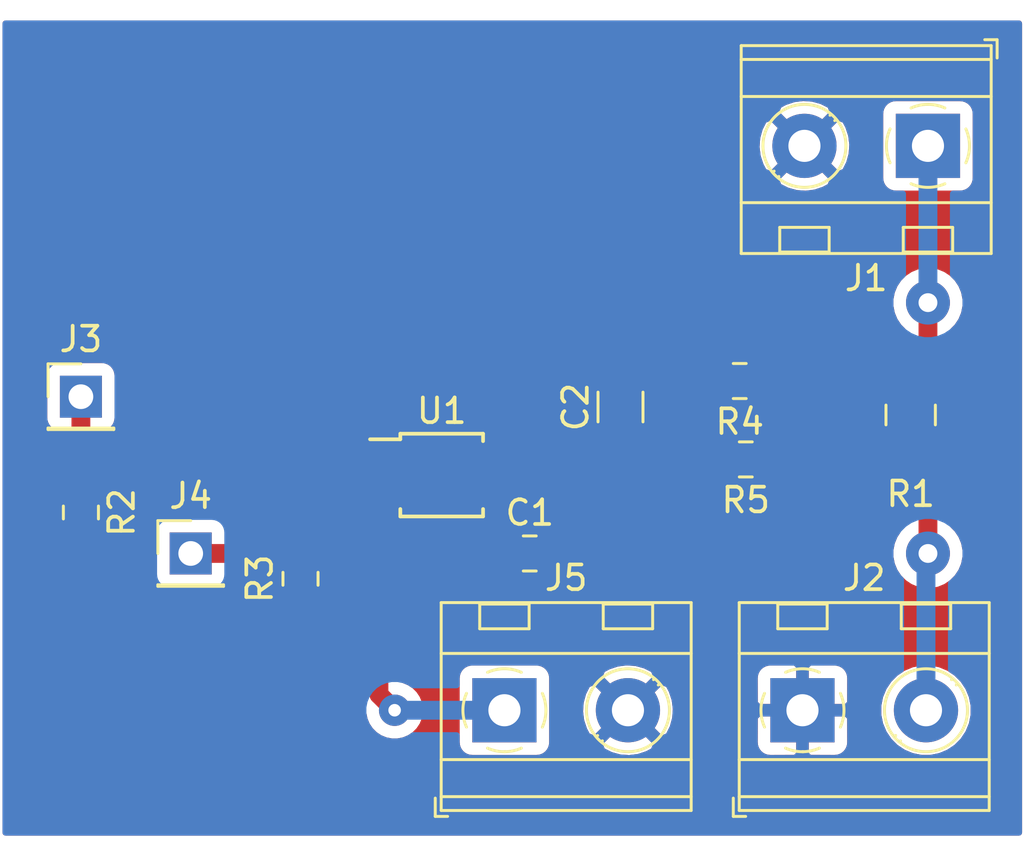
<source format=kicad_pcb>
(kicad_pcb (version 20171130) (host pcbnew "(5.1.0)-1")

  (general
    (thickness 1.6)
    (drawings 4)
    (tracks 56)
    (zones 0)
    (modules 13)
    (nets 12)
  )

  (page A4)
  (layers
    (0 F.Cu signal)
    (31 B.Cu signal)
    (32 B.Adhes user)
    (33 F.Adhes user)
    (34 B.Paste user)
    (35 F.Paste user)
    (36 B.SilkS user)
    (37 F.SilkS user)
    (38 B.Mask user)
    (39 F.Mask user)
    (40 Dwgs.User user)
    (41 Cmts.User user)
    (42 Eco1.User user)
    (43 Eco2.User user)
    (44 Edge.Cuts user)
    (45 Margin user)
    (46 B.CrtYd user)
    (47 F.CrtYd user)
    (48 B.Fab user)
    (49 F.Fab user)
  )

  (setup
    (last_trace_width 0.25)
    (user_trace_width 0.762)
    (trace_clearance 0.2)
    (zone_clearance 0.508)
    (zone_45_only no)
    (trace_min 0.2)
    (via_size 0.8)
    (via_drill 0.4)
    (via_min_size 0.4)
    (via_min_drill 0.3)
    (uvia_size 0.3)
    (uvia_drill 0.1)
    (uvias_allowed no)
    (uvia_min_size 0.2)
    (uvia_min_drill 0.1)
    (edge_width 0.15)
    (segment_width 0.2)
    (pcb_text_width 0.3)
    (pcb_text_size 1.5 1.5)
    (mod_edge_width 0.15)
    (mod_text_size 1 1)
    (mod_text_width 0.15)
    (pad_size 1.524 1.524)
    (pad_drill 0.762)
    (pad_to_mask_clearance 0.051)
    (solder_mask_min_width 0.25)
    (aux_axis_origin 0 0)
    (visible_elements 7FFFFFFF)
    (pcbplotparams
      (layerselection 0x00400_ffffffff)
      (usegerberextensions false)
      (usegerberattributes false)
      (usegerberadvancedattributes false)
      (creategerberjobfile false)
      (excludeedgelayer true)
      (linewidth 0.100000)
      (plotframeref false)
      (viasonmask false)
      (mode 1)
      (useauxorigin false)
      (hpglpennumber 1)
      (hpglpenspeed 20)
      (hpglpendiameter 15.000000)
      (psnegative false)
      (psa4output false)
      (plotreference true)
      (plotvalue true)
      (plotinvisibletext false)
      (padsonsilk false)
      (subtractmaskfromsilk false)
      (outputformat 1)
      (mirror false)
      (drillshape 0)
      (scaleselection 1)
      (outputdirectory "F:/INA226/"))
  )

  (net 0 "")
  (net 1 +3V3)
  (net 2 GND)
  (net 3 "Net-(C2-Pad2)")
  (net 4 "Net-(C2-Pad1)")
  (net 5 VBUS)
  (net 6 "Net-(J2-Pad2)")
  (net 7 "Net-(J3-Pad1)")
  (net 8 "Net-(J4-Pad1)")
  (net 9 "Net-(R1-Pad2)")
  (net 10 "Net-(R1-Pad3)")
  (net 11 "Net-(U1-Pad3)")

  (net_class Default "This is the default net class."
    (clearance 0.2)
    (trace_width 0.25)
    (via_dia 0.8)
    (via_drill 0.4)
    (uvia_dia 0.3)
    (uvia_drill 0.1)
    (add_net +3V3)
    (add_net GND)
    (add_net "Net-(C2-Pad1)")
    (add_net "Net-(C2-Pad2)")
    (add_net "Net-(J2-Pad2)")
    (add_net "Net-(J3-Pad1)")
    (add_net "Net-(J4-Pad1)")
    (add_net "Net-(R1-Pad2)")
    (add_net "Net-(R1-Pad3)")
    (add_net "Net-(U1-Pad3)")
    (add_net VBUS)
  )

  (module Capacitor_SMD:C_1206_3216Metric_Pad1.42x1.75mm_HandSolder (layer F.Cu) (tedit 5B301BBE) (tstamp 5CC30019)
    (at 152.654 73.4425 90)
    (descr "Capacitor SMD 1206 (3216 Metric), square (rectangular) end terminal, IPC_7351 nominal with elongated pad for handsoldering. (Body size source: http://www.tortai-tech.com/upload/download/2011102023233369053.pdf), generated with kicad-footprint-generator")
    (tags "capacitor handsolder")
    (path /5CAD0C0E)
    (attr smd)
    (fp_text reference C2 (at 0 -1.82 90) (layer F.SilkS)
      (effects (font (size 1 1) (thickness 0.15)))
    )
    (fp_text value 1u (at 0 1.82 90) (layer F.Fab)
      (effects (font (size 1 1) (thickness 0.15)))
    )
    (fp_line (start -1.6 0.8) (end -1.6 -0.8) (layer F.Fab) (width 0.1))
    (fp_line (start -1.6 -0.8) (end 1.6 -0.8) (layer F.Fab) (width 0.1))
    (fp_line (start 1.6 -0.8) (end 1.6 0.8) (layer F.Fab) (width 0.1))
    (fp_line (start 1.6 0.8) (end -1.6 0.8) (layer F.Fab) (width 0.1))
    (fp_line (start -0.602064 -0.91) (end 0.602064 -0.91) (layer F.SilkS) (width 0.12))
    (fp_line (start -0.602064 0.91) (end 0.602064 0.91) (layer F.SilkS) (width 0.12))
    (fp_line (start -2.45 1.12) (end -2.45 -1.12) (layer F.CrtYd) (width 0.05))
    (fp_line (start -2.45 -1.12) (end 2.45 -1.12) (layer F.CrtYd) (width 0.05))
    (fp_line (start 2.45 -1.12) (end 2.45 1.12) (layer F.CrtYd) (width 0.05))
    (fp_line (start 2.45 1.12) (end -2.45 1.12) (layer F.CrtYd) (width 0.05))
    (fp_text user %R (at 0 0 90) (layer F.Fab)
      (effects (font (size 0.8 0.8) (thickness 0.12)))
    )
    (pad 1 smd roundrect (at -1.4875 0 90) (size 1.425 1.75) (layers F.Cu F.Paste F.Mask) (roundrect_rratio 0.175439)
      (net 4 "Net-(C2-Pad1)"))
    (pad 2 smd roundrect (at 1.4875 0 90) (size 1.425 1.75) (layers F.Cu F.Paste F.Mask) (roundrect_rratio 0.175439)
      (net 3 "Net-(C2-Pad2)"))
    (model ${KISYS3DMOD}/Capacitor_SMD.3dshapes/C_1206_3216Metric.wrl
      (at (xyz 0 0 0))
      (scale (xyz 1 1 1))
      (rotate (xyz 0 0 0))
    )
  )

  (module TerminalBlock_MetzConnect:TerminalBlock_MetzConnect_Type094_RT03502HBLU_1x02_P5.00mm_Horizontal (layer F.Cu) (tedit 5B294E9C) (tstamp 5CC2EB4A)
    (at 147.955 85.725)
    (descr "terminal block Metz Connect Type094_RT03502HBLU, 2 pins, pitch 5mm, size 10x8.3mm^2, drill diamater 1.3mm, pad diameter 2.6mm, see http://www.metz-connect.com/ru/system/files/productfiles/Data_sheet_310941_RT035xxHBLU_OFF-022742T.pdf, script-generated using https://github.com/pointhi/kicad-footprint-generator/scripts/TerminalBlock_MetzConnect")
    (tags "THT terminal block Metz Connect Type094_RT03502HBLU pitch 5mm size 10x8.3mm^2 drill 1.3mm pad 2.6mm")
    (path /5CB65F56)
    (fp_text reference J5 (at 2.5 -5.36) (layer F.SilkS)
      (effects (font (size 1 1) (thickness 0.15)))
    )
    (fp_text value "Supply Voltage" (at 2.5 5.06) (layer F.Fab)
      (effects (font (size 1 1) (thickness 0.15)))
    )
    (fp_arc (start 0 0) (end 0 1.68) (angle -24) (layer F.SilkS) (width 0.12))
    (fp_arc (start 0 0) (end 1.535 0.684) (angle -48) (layer F.SilkS) (width 0.12))
    (fp_arc (start 0 0) (end 0.684 -1.535) (angle -48) (layer F.SilkS) (width 0.12))
    (fp_arc (start 0 0) (end -1.535 -0.684) (angle -48) (layer F.SilkS) (width 0.12))
    (fp_arc (start 0 0) (end -0.684 1.535) (angle -25) (layer F.SilkS) (width 0.12))
    (fp_circle (center 0 0) (end 1.5 0) (layer F.Fab) (width 0.1))
    (fp_circle (center 5 0) (end 6.5 0) (layer F.Fab) (width 0.1))
    (fp_circle (center 5 0) (end 6.68 0) (layer F.SilkS) (width 0.12))
    (fp_line (start -2.5 -4.3) (end 7.5 -4.3) (layer F.Fab) (width 0.1))
    (fp_line (start 7.5 -4.3) (end 7.5 4) (layer F.Fab) (width 0.1))
    (fp_line (start 7.5 4) (end -2 4) (layer F.Fab) (width 0.1))
    (fp_line (start -2 4) (end -2.5 3.5) (layer F.Fab) (width 0.1))
    (fp_line (start -2.5 3.5) (end -2.5 -4.3) (layer F.Fab) (width 0.1))
    (fp_line (start -2.5 3.5) (end 7.5 3.5) (layer F.Fab) (width 0.1))
    (fp_line (start -2.56 3.5) (end 7.56 3.5) (layer F.SilkS) (width 0.12))
    (fp_line (start -2.5 2) (end 7.5 2) (layer F.Fab) (width 0.1))
    (fp_line (start -2.56 2) (end 7.56 2) (layer F.SilkS) (width 0.12))
    (fp_line (start -2.5 -2.3) (end 7.5 -2.3) (layer F.Fab) (width 0.1))
    (fp_line (start -2.56 -2.301) (end 7.56 -2.301) (layer F.SilkS) (width 0.12))
    (fp_line (start -2.56 -4.36) (end 7.56 -4.36) (layer F.SilkS) (width 0.12))
    (fp_line (start -2.56 4.06) (end 7.56 4.06) (layer F.SilkS) (width 0.12))
    (fp_line (start -2.56 -4.36) (end -2.56 4.06) (layer F.SilkS) (width 0.12))
    (fp_line (start 7.56 -4.36) (end 7.56 4.06) (layer F.SilkS) (width 0.12))
    (fp_line (start 1.138 -0.955) (end -0.955 1.138) (layer F.Fab) (width 0.1))
    (fp_line (start 0.955 -1.138) (end -1.138 0.955) (layer F.Fab) (width 0.1))
    (fp_line (start -1 -4.3) (end -1 -3.3) (layer F.Fab) (width 0.1))
    (fp_line (start -1 -3.3) (end 1 -3.3) (layer F.Fab) (width 0.1))
    (fp_line (start 1 -3.3) (end 1 -4.3) (layer F.Fab) (width 0.1))
    (fp_line (start 1 -4.3) (end -1 -4.3) (layer F.Fab) (width 0.1))
    (fp_line (start -1 -4.3) (end 1 -4.3) (layer F.SilkS) (width 0.12))
    (fp_line (start -1 -3.3) (end 1 -3.3) (layer F.SilkS) (width 0.12))
    (fp_line (start -1 -4.3) (end -1 -3.3) (layer F.SilkS) (width 0.12))
    (fp_line (start 1 -4.3) (end 1 -3.3) (layer F.SilkS) (width 0.12))
    (fp_line (start 6.138 -0.955) (end 4.046 1.138) (layer F.Fab) (width 0.1))
    (fp_line (start 5.955 -1.138) (end 3.863 0.955) (layer F.Fab) (width 0.1))
    (fp_line (start 6.275 -1.069) (end 6.228 -1.023) (layer F.SilkS) (width 0.12))
    (fp_line (start 3.966 1.239) (end 3.931 1.274) (layer F.SilkS) (width 0.12))
    (fp_line (start 6.07 -1.275) (end 6.035 -1.239) (layer F.SilkS) (width 0.12))
    (fp_line (start 3.773 1.023) (end 3.726 1.069) (layer F.SilkS) (width 0.12))
    (fp_line (start 4 -4.3) (end 4 -3.3) (layer F.Fab) (width 0.1))
    (fp_line (start 4 -3.3) (end 6 -3.3) (layer F.Fab) (width 0.1))
    (fp_line (start 6 -3.3) (end 6 -4.3) (layer F.Fab) (width 0.1))
    (fp_line (start 6 -4.3) (end 4 -4.3) (layer F.Fab) (width 0.1))
    (fp_line (start 4 -4.3) (end 6 -4.3) (layer F.SilkS) (width 0.12))
    (fp_line (start 4 -3.3) (end 6 -3.3) (layer F.SilkS) (width 0.12))
    (fp_line (start 4 -4.3) (end 4 -3.3) (layer F.SilkS) (width 0.12))
    (fp_line (start 6 -4.3) (end 6 -3.3) (layer F.SilkS) (width 0.12))
    (fp_line (start -2.8 3.56) (end -2.8 4.3) (layer F.SilkS) (width 0.12))
    (fp_line (start -2.8 4.3) (end -2.3 4.3) (layer F.SilkS) (width 0.12))
    (fp_line (start -3 -4.81) (end -3 4.5) (layer F.CrtYd) (width 0.05))
    (fp_line (start -3 4.5) (end 8 4.5) (layer F.CrtYd) (width 0.05))
    (fp_line (start 8 4.5) (end 8 -4.81) (layer F.CrtYd) (width 0.05))
    (fp_line (start 8 -4.81) (end -3 -4.81) (layer F.CrtYd) (width 0.05))
    (fp_text user %R (at 2.5 2.75) (layer F.Fab)
      (effects (font (size 1 1) (thickness 0.15)))
    )
    (pad 1 thru_hole rect (at 0 0) (size 2.6 2.6) (drill 1.3) (layers *.Cu *.Mask)
      (net 1 +3V3))
    (pad 2 thru_hole circle (at 5 0) (size 2.6 2.6) (drill 1.3) (layers *.Cu *.Mask)
      (net 2 GND))
    (model ${KISYS3DMOD}/TerminalBlock_MetzConnect.3dshapes/TerminalBlock_MetzConnect_Type094_RT03502HBLU_1x02_P5.00mm_Horizontal.wrl
      (at (xyz 0 0 0))
      (scale (xyz 1 1 1))
      (rotate (xyz 0 0 0))
    )
  )

  (module "Custom Shunt Resistor LVK12:R_Shunt_Ohmite_LVK12" (layer F.Cu) (tedit 5C748F87) (tstamp 5CC61297)
    (at 164.4 73.765 180)
    (descr "4 contact shunt resistor")
    (tags "shunt resistor 4 contacts")
    (path /5CABD997)
    (attr smd)
    (fp_text reference R1 (at 0 -3.2) (layer F.SilkS)
      (effects (font (size 1 1) (thickness 0.15)))
    )
    (fp_text value 39m (at 0 3.4 180) (layer F.Fab)
      (effects (font (size 1 1) (thickness 0.15)))
    )
    (fp_line (start 1 -0.4) (end 1 0.4) (layer F.SilkS) (width 0.12))
    (fp_line (start -1 0.4) (end -1 -0.4) (layer F.SilkS) (width 0.12))
    (fp_line (start -1.5 -2.5) (end 1.5 -2.5) (layer F.CrtYd) (width 0.05))
    (fp_line (start 1.5 -2.5) (end 1.5 2.5) (layer F.CrtYd) (width 0.05))
    (fp_line (start 1.5 2.5) (end -1.5 2.5) (layer F.CrtYd) (width 0.05))
    (fp_line (start -1.5 2.5) (end -1.5 -2.5) (layer F.CrtYd) (width 0.05))
    (fp_text user %R (at 0.1 0 270) (layer F.Fab)
      (effects (font (size 0.6 0.6) (thickness 0.1)))
    )
    (fp_line (start -0.8 1.6) (end 0.8 1.6) (layer F.Fab) (width 0.1))
    (fp_line (start 0.8 1.6) (end 0.8 -1.6) (layer F.Fab) (width 0.1))
    (fp_line (start 0.8 -1.6) (end -0.8 -1.6) (layer F.Fab) (width 0.1))
    (fp_line (start -0.8 -1.6) (end -0.8 1.6) (layer F.Fab) (width 0.1))
    (pad 1 smd rect (at -0.7 -1.375 180) (size 1.1 1.75) (layers F.Cu F.Paste F.Mask)
      (net 6 "Net-(J2-Pad2)"))
    (pad 2 smd rect (at 0.7 -1.375 180) (size 1.1 1.75) (layers F.Cu F.Paste F.Mask)
      (net 9 "Net-(R1-Pad2)"))
    (pad 4 smd rect (at -0.7 1.375 180) (size 1.1 1.75) (layers F.Cu F.Paste F.Mask)
      (net 5 VBUS) (die_length 2))
    (pad 3 smd rect (at 0.7 1.375 180) (size 1.1 1.75) (layers F.Cu F.Paste F.Mask)
      (net 10 "Net-(R1-Pad3)"))
    (model ${KISYS3DMOD}/Resistor_SMD.3dshapes/R_Shunt_Ohmite_LVK12.wrl
      (at (xyz 0 0 0))
      (scale (xyz 1 1 1))
      (rotate (xyz 0 0 0))
    )
  )

  (module Capacitor_SMD:C_0805_2012Metric_Pad1.15x1.40mm_HandSolder (layer F.Cu) (tedit 5B36C52B) (tstamp 5CB9C107)
    (at 148.98 79.375)
    (descr "Capacitor SMD 0805 (2012 Metric), square (rectangular) end terminal, IPC_7351 nominal with elongated pad for handsoldering. (Body size source: https://docs.google.com/spreadsheets/d/1BsfQQcO9C6DZCsRaXUlFlo91Tg2WpOkGARC1WS5S8t0/edit?usp=sharing), generated with kicad-footprint-generator")
    (tags "capacitor handsolder")
    (path /5CABD8F1)
    (attr smd)
    (fp_text reference C1 (at 0 -1.65) (layer F.SilkS)
      (effects (font (size 1 1) (thickness 0.15)))
    )
    (fp_text value 0.1u (at 0 1.65) (layer F.Fab)
      (effects (font (size 1 1) (thickness 0.15)))
    )
    (fp_line (start -1 0.6) (end -1 -0.6) (layer F.Fab) (width 0.1))
    (fp_line (start -1 -0.6) (end 1 -0.6) (layer F.Fab) (width 0.1))
    (fp_line (start 1 -0.6) (end 1 0.6) (layer F.Fab) (width 0.1))
    (fp_line (start 1 0.6) (end -1 0.6) (layer F.Fab) (width 0.1))
    (fp_line (start -0.261252 -0.71) (end 0.261252 -0.71) (layer F.SilkS) (width 0.12))
    (fp_line (start -0.261252 0.71) (end 0.261252 0.71) (layer F.SilkS) (width 0.12))
    (fp_line (start -1.85 0.95) (end -1.85 -0.95) (layer F.CrtYd) (width 0.05))
    (fp_line (start -1.85 -0.95) (end 1.85 -0.95) (layer F.CrtYd) (width 0.05))
    (fp_line (start 1.85 -0.95) (end 1.85 0.95) (layer F.CrtYd) (width 0.05))
    (fp_line (start 1.85 0.95) (end -1.85 0.95) (layer F.CrtYd) (width 0.05))
    (fp_text user %R (at 0 0) (layer F.Fab)
      (effects (font (size 0.5 0.5) (thickness 0.08)))
    )
    (pad 1 smd roundrect (at -1.025 0) (size 1.15 1.4) (layers F.Cu F.Paste F.Mask) (roundrect_rratio 0.217391)
      (net 1 +3V3))
    (pad 2 smd roundrect (at 1.025 0) (size 1.15 1.4) (layers F.Cu F.Paste F.Mask) (roundrect_rratio 0.217391)
      (net 2 GND))
    (model ${KISYS3DMOD}/Capacitor_SMD.3dshapes/C_0805_2012Metric.wrl
      (at (xyz 0 0 0))
      (scale (xyz 1 1 1))
      (rotate (xyz 0 0 0))
    )
  )

  (module TerminalBlock_MetzConnect:TerminalBlock_MetzConnect_Type094_RT03502HBLU_1x02_P5.00mm_Horizontal (layer F.Cu) (tedit 5B294E9C) (tstamp 5CB9C154)
    (at 165.1 62.865 180)
    (descr "terminal block Metz Connect Type094_RT03502HBLU, 2 pins, pitch 5mm, size 10x8.3mm^2, drill diamater 1.3mm, pad diameter 2.6mm, see http://www.metz-connect.com/ru/system/files/productfiles/Data_sheet_310941_RT035xxHBLU_OFF-022742T.pdf, script-generated using https://github.com/pointhi/kicad-footprint-generator/scripts/TerminalBlock_MetzConnect")
    (tags "THT terminal block Metz Connect Type094_RT03502HBLU pitch 5mm size 10x8.3mm^2 drill 1.3mm pad 2.6mm")
    (path /5CABEBEE)
    (fp_text reference J1 (at 2.5 -5.36 180) (layer F.SilkS)
      (effects (font (size 1 1) (thickness 0.15)))
    )
    (fp_text value "Voltage Rail" (at 2.5 5.06 180) (layer F.Fab)
      (effects (font (size 1 1) (thickness 0.15)))
    )
    (fp_text user %R (at 2.5 2.75 180) (layer F.Fab)
      (effects (font (size 1 1) (thickness 0.15)))
    )
    (fp_line (start 8 -4.81) (end -3 -4.81) (layer F.CrtYd) (width 0.05))
    (fp_line (start 8 4.5) (end 8 -4.81) (layer F.CrtYd) (width 0.05))
    (fp_line (start -3 4.5) (end 8 4.5) (layer F.CrtYd) (width 0.05))
    (fp_line (start -3 -4.81) (end -3 4.5) (layer F.CrtYd) (width 0.05))
    (fp_line (start -2.8 4.3) (end -2.3 4.3) (layer F.SilkS) (width 0.12))
    (fp_line (start -2.8 3.56) (end -2.8 4.3) (layer F.SilkS) (width 0.12))
    (fp_line (start 6 -4.3) (end 6 -3.3) (layer F.SilkS) (width 0.12))
    (fp_line (start 4 -4.3) (end 4 -3.3) (layer F.SilkS) (width 0.12))
    (fp_line (start 4 -3.3) (end 6 -3.3) (layer F.SilkS) (width 0.12))
    (fp_line (start 4 -4.3) (end 6 -4.3) (layer F.SilkS) (width 0.12))
    (fp_line (start 6 -4.3) (end 4 -4.3) (layer F.Fab) (width 0.1))
    (fp_line (start 6 -3.3) (end 6 -4.3) (layer F.Fab) (width 0.1))
    (fp_line (start 4 -3.3) (end 6 -3.3) (layer F.Fab) (width 0.1))
    (fp_line (start 4 -4.3) (end 4 -3.3) (layer F.Fab) (width 0.1))
    (fp_line (start 3.773 1.023) (end 3.726 1.069) (layer F.SilkS) (width 0.12))
    (fp_line (start 6.07 -1.275) (end 6.035 -1.239) (layer F.SilkS) (width 0.12))
    (fp_line (start 3.966 1.239) (end 3.931 1.274) (layer F.SilkS) (width 0.12))
    (fp_line (start 6.275 -1.069) (end 6.228 -1.023) (layer F.SilkS) (width 0.12))
    (fp_line (start 5.955 -1.138) (end 3.863 0.955) (layer F.Fab) (width 0.1))
    (fp_line (start 6.138 -0.955) (end 4.046 1.138) (layer F.Fab) (width 0.1))
    (fp_line (start 1 -4.3) (end 1 -3.3) (layer F.SilkS) (width 0.12))
    (fp_line (start -1 -4.3) (end -1 -3.3) (layer F.SilkS) (width 0.12))
    (fp_line (start -1 -3.3) (end 1 -3.3) (layer F.SilkS) (width 0.12))
    (fp_line (start -1 -4.3) (end 1 -4.3) (layer F.SilkS) (width 0.12))
    (fp_line (start 1 -4.3) (end -1 -4.3) (layer F.Fab) (width 0.1))
    (fp_line (start 1 -3.3) (end 1 -4.3) (layer F.Fab) (width 0.1))
    (fp_line (start -1 -3.3) (end 1 -3.3) (layer F.Fab) (width 0.1))
    (fp_line (start -1 -4.3) (end -1 -3.3) (layer F.Fab) (width 0.1))
    (fp_line (start 0.955 -1.138) (end -1.138 0.955) (layer F.Fab) (width 0.1))
    (fp_line (start 1.138 -0.955) (end -0.955 1.138) (layer F.Fab) (width 0.1))
    (fp_line (start 7.56 -4.36) (end 7.56 4.06) (layer F.SilkS) (width 0.12))
    (fp_line (start -2.56 -4.36) (end -2.56 4.06) (layer F.SilkS) (width 0.12))
    (fp_line (start -2.56 4.06) (end 7.56 4.06) (layer F.SilkS) (width 0.12))
    (fp_line (start -2.56 -4.36) (end 7.56 -4.36) (layer F.SilkS) (width 0.12))
    (fp_line (start -2.56 -2.301) (end 7.56 -2.301) (layer F.SilkS) (width 0.12))
    (fp_line (start -2.5 -2.3) (end 7.5 -2.3) (layer F.Fab) (width 0.1))
    (fp_line (start -2.56 2) (end 7.56 2) (layer F.SilkS) (width 0.12))
    (fp_line (start -2.5 2) (end 7.5 2) (layer F.Fab) (width 0.1))
    (fp_line (start -2.56 3.5) (end 7.56 3.5) (layer F.SilkS) (width 0.12))
    (fp_line (start -2.5 3.5) (end 7.5 3.5) (layer F.Fab) (width 0.1))
    (fp_line (start -2.5 3.5) (end -2.5 -4.3) (layer F.Fab) (width 0.1))
    (fp_line (start -2 4) (end -2.5 3.5) (layer F.Fab) (width 0.1))
    (fp_line (start 7.5 4) (end -2 4) (layer F.Fab) (width 0.1))
    (fp_line (start 7.5 -4.3) (end 7.5 4) (layer F.Fab) (width 0.1))
    (fp_line (start -2.5 -4.3) (end 7.5 -4.3) (layer F.Fab) (width 0.1))
    (fp_circle (center 5 0) (end 6.68 0) (layer F.SilkS) (width 0.12))
    (fp_circle (center 5 0) (end 6.5 0) (layer F.Fab) (width 0.1))
    (fp_circle (center 0 0) (end 1.5 0) (layer F.Fab) (width 0.1))
    (fp_arc (start 0 0) (end -0.684 1.535) (angle -25) (layer F.SilkS) (width 0.12))
    (fp_arc (start 0 0) (end -1.535 -0.684) (angle -48) (layer F.SilkS) (width 0.12))
    (fp_arc (start 0 0) (end 0.684 -1.535) (angle -48) (layer F.SilkS) (width 0.12))
    (fp_arc (start 0 0) (end 1.535 0.684) (angle -48) (layer F.SilkS) (width 0.12))
    (fp_arc (start 0 0) (end 0 1.68) (angle -24) (layer F.SilkS) (width 0.12))
    (pad 2 thru_hole circle (at 5 0 180) (size 2.6 2.6) (drill 1.3) (layers *.Cu *.Mask)
      (net 2 GND))
    (pad 1 thru_hole rect (at 0 0 180) (size 2.6 2.6) (drill 1.3) (layers *.Cu *.Mask)
      (net 5 VBUS))
    (model ${KISYS3DMOD}/TerminalBlock_MetzConnect.3dshapes/TerminalBlock_MetzConnect_Type094_RT03502HBLU_1x02_P5.00mm_Horizontal.wrl
      (at (xyz 0 0 0))
      (scale (xyz 1 1 1))
      (rotate (xyz 0 0 0))
    )
  )

  (module TerminalBlock_MetzConnect:TerminalBlock_MetzConnect_Type094_RT03502HBLU_1x02_P5.00mm_Horizontal (layer F.Cu) (tedit 5B294E9C) (tstamp 5CB9C190)
    (at 160.02 85.725)
    (descr "terminal block Metz Connect Type094_RT03502HBLU, 2 pins, pitch 5mm, size 10x8.3mm^2, drill diamater 1.3mm, pad diameter 2.6mm, see http://www.metz-connect.com/ru/system/files/productfiles/Data_sheet_310941_RT035xxHBLU_OFF-022742T.pdf, script-generated using https://github.com/pointhi/kicad-footprint-generator/scripts/TerminalBlock_MetzConnect")
    (tags "THT terminal block Metz Connect Type094_RT03502HBLU pitch 5mm size 10x8.3mm^2 drill 1.3mm pad 2.6mm")
    (path /5CABE854)
    (fp_text reference J2 (at 2.5 -5.36) (layer F.SilkS)
      (effects (font (size 1 1) (thickness 0.15)))
    )
    (fp_text value Load (at 2.5 5.06) (layer F.Fab)
      (effects (font (size 1 1) (thickness 0.15)))
    )
    (fp_arc (start 0 0) (end 0 1.68) (angle -24) (layer F.SilkS) (width 0.12))
    (fp_arc (start 0 0) (end 1.535 0.684) (angle -48) (layer F.SilkS) (width 0.12))
    (fp_arc (start 0 0) (end 0.684 -1.535) (angle -48) (layer F.SilkS) (width 0.12))
    (fp_arc (start 0 0) (end -1.535 -0.684) (angle -48) (layer F.SilkS) (width 0.12))
    (fp_arc (start 0 0) (end -0.684 1.535) (angle -25) (layer F.SilkS) (width 0.12))
    (fp_circle (center 0 0) (end 1.5 0) (layer F.Fab) (width 0.1))
    (fp_circle (center 5 0) (end 6.5 0) (layer F.Fab) (width 0.1))
    (fp_circle (center 5 0) (end 6.68 0) (layer F.SilkS) (width 0.12))
    (fp_line (start -2.5 -4.3) (end 7.5 -4.3) (layer F.Fab) (width 0.1))
    (fp_line (start 7.5 -4.3) (end 7.5 4) (layer F.Fab) (width 0.1))
    (fp_line (start 7.5 4) (end -2 4) (layer F.Fab) (width 0.1))
    (fp_line (start -2 4) (end -2.5 3.5) (layer F.Fab) (width 0.1))
    (fp_line (start -2.5 3.5) (end -2.5 -4.3) (layer F.Fab) (width 0.1))
    (fp_line (start -2.5 3.5) (end 7.5 3.5) (layer F.Fab) (width 0.1))
    (fp_line (start -2.56 3.5) (end 7.56 3.5) (layer F.SilkS) (width 0.12))
    (fp_line (start -2.5 2) (end 7.5 2) (layer F.Fab) (width 0.1))
    (fp_line (start -2.56 2) (end 7.56 2) (layer F.SilkS) (width 0.12))
    (fp_line (start -2.5 -2.3) (end 7.5 -2.3) (layer F.Fab) (width 0.1))
    (fp_line (start -2.56 -2.301) (end 7.56 -2.301) (layer F.SilkS) (width 0.12))
    (fp_line (start -2.56 -4.36) (end 7.56 -4.36) (layer F.SilkS) (width 0.12))
    (fp_line (start -2.56 4.06) (end 7.56 4.06) (layer F.SilkS) (width 0.12))
    (fp_line (start -2.56 -4.36) (end -2.56 4.06) (layer F.SilkS) (width 0.12))
    (fp_line (start 7.56 -4.36) (end 7.56 4.06) (layer F.SilkS) (width 0.12))
    (fp_line (start 1.138 -0.955) (end -0.955 1.138) (layer F.Fab) (width 0.1))
    (fp_line (start 0.955 -1.138) (end -1.138 0.955) (layer F.Fab) (width 0.1))
    (fp_line (start -1 -4.3) (end -1 -3.3) (layer F.Fab) (width 0.1))
    (fp_line (start -1 -3.3) (end 1 -3.3) (layer F.Fab) (width 0.1))
    (fp_line (start 1 -3.3) (end 1 -4.3) (layer F.Fab) (width 0.1))
    (fp_line (start 1 -4.3) (end -1 -4.3) (layer F.Fab) (width 0.1))
    (fp_line (start -1 -4.3) (end 1 -4.3) (layer F.SilkS) (width 0.12))
    (fp_line (start -1 -3.3) (end 1 -3.3) (layer F.SilkS) (width 0.12))
    (fp_line (start -1 -4.3) (end -1 -3.3) (layer F.SilkS) (width 0.12))
    (fp_line (start 1 -4.3) (end 1 -3.3) (layer F.SilkS) (width 0.12))
    (fp_line (start 6.138 -0.955) (end 4.046 1.138) (layer F.Fab) (width 0.1))
    (fp_line (start 5.955 -1.138) (end 3.863 0.955) (layer F.Fab) (width 0.1))
    (fp_line (start 6.275 -1.069) (end 6.228 -1.023) (layer F.SilkS) (width 0.12))
    (fp_line (start 3.966 1.239) (end 3.931 1.274) (layer F.SilkS) (width 0.12))
    (fp_line (start 6.07 -1.275) (end 6.035 -1.239) (layer F.SilkS) (width 0.12))
    (fp_line (start 3.773 1.023) (end 3.726 1.069) (layer F.SilkS) (width 0.12))
    (fp_line (start 4 -4.3) (end 4 -3.3) (layer F.Fab) (width 0.1))
    (fp_line (start 4 -3.3) (end 6 -3.3) (layer F.Fab) (width 0.1))
    (fp_line (start 6 -3.3) (end 6 -4.3) (layer F.Fab) (width 0.1))
    (fp_line (start 6 -4.3) (end 4 -4.3) (layer F.Fab) (width 0.1))
    (fp_line (start 4 -4.3) (end 6 -4.3) (layer F.SilkS) (width 0.12))
    (fp_line (start 4 -3.3) (end 6 -3.3) (layer F.SilkS) (width 0.12))
    (fp_line (start 4 -4.3) (end 4 -3.3) (layer F.SilkS) (width 0.12))
    (fp_line (start 6 -4.3) (end 6 -3.3) (layer F.SilkS) (width 0.12))
    (fp_line (start -2.8 3.56) (end -2.8 4.3) (layer F.SilkS) (width 0.12))
    (fp_line (start -2.8 4.3) (end -2.3 4.3) (layer F.SilkS) (width 0.12))
    (fp_line (start -3 -4.81) (end -3 4.5) (layer F.CrtYd) (width 0.05))
    (fp_line (start -3 4.5) (end 8 4.5) (layer F.CrtYd) (width 0.05))
    (fp_line (start 8 4.5) (end 8 -4.81) (layer F.CrtYd) (width 0.05))
    (fp_line (start 8 -4.81) (end -3 -4.81) (layer F.CrtYd) (width 0.05))
    (fp_text user %R (at 2.5 2.75) (layer F.Fab)
      (effects (font (size 1 1) (thickness 0.15)))
    )
    (pad 1 thru_hole rect (at 0 0) (size 2.6 2.6) (drill 1.3) (layers *.Cu *.Mask)
      (net 2 GND))
    (pad 2 thru_hole circle (at 5 0) (size 2.6 2.6) (drill 1.3) (layers *.Cu *.Mask)
      (net 6 "Net-(J2-Pad2)"))
    (model ${KISYS3DMOD}/TerminalBlock_MetzConnect.3dshapes/TerminalBlock_MetzConnect_Type094_RT03502HBLU_1x02_P5.00mm_Horizontal.wrl
      (at (xyz 0 0 0))
      (scale (xyz 1 1 1))
      (rotate (xyz 0 0 0))
    )
  )

  (module Connector_PinHeader_2.54mm:PinHeader_1x01_P2.54mm_Vertical (layer F.Cu) (tedit 59FED5CC) (tstamp 5CB9C1A5)
    (at 130.81 73.025)
    (descr "Through hole straight pin header, 1x01, 2.54mm pitch, single row")
    (tags "Through hole pin header THT 1x01 2.54mm single row")
    (path /5CAC0ED6)
    (fp_text reference J3 (at 0 -2.33) (layer F.SilkS)
      (effects (font (size 1 1) (thickness 0.15)))
    )
    (fp_text value SDA (at 3.81 0) (layer F.Fab)
      (effects (font (size 1 1) (thickness 0.15)))
    )
    (fp_line (start -0.635 -1.27) (end 1.27 -1.27) (layer F.Fab) (width 0.1))
    (fp_line (start 1.27 -1.27) (end 1.27 1.27) (layer F.Fab) (width 0.1))
    (fp_line (start 1.27 1.27) (end -1.27 1.27) (layer F.Fab) (width 0.1))
    (fp_line (start -1.27 1.27) (end -1.27 -0.635) (layer F.Fab) (width 0.1))
    (fp_line (start -1.27 -0.635) (end -0.635 -1.27) (layer F.Fab) (width 0.1))
    (fp_line (start -1.33 1.33) (end 1.33 1.33) (layer F.SilkS) (width 0.12))
    (fp_line (start -1.33 1.27) (end -1.33 1.33) (layer F.SilkS) (width 0.12))
    (fp_line (start 1.33 1.27) (end 1.33 1.33) (layer F.SilkS) (width 0.12))
    (fp_line (start -1.33 1.27) (end 1.33 1.27) (layer F.SilkS) (width 0.12))
    (fp_line (start -1.33 0) (end -1.33 -1.33) (layer F.SilkS) (width 0.12))
    (fp_line (start -1.33 -1.33) (end 0 -1.33) (layer F.SilkS) (width 0.12))
    (fp_line (start -1.8 -1.8) (end -1.8 1.8) (layer F.CrtYd) (width 0.05))
    (fp_line (start -1.8 1.8) (end 1.8 1.8) (layer F.CrtYd) (width 0.05))
    (fp_line (start 1.8 1.8) (end 1.8 -1.8) (layer F.CrtYd) (width 0.05))
    (fp_line (start 1.8 -1.8) (end -1.8 -1.8) (layer F.CrtYd) (width 0.05))
    (fp_text user %R (at 0 0 90) (layer F.Fab)
      (effects (font (size 1 1) (thickness 0.15)))
    )
    (pad 1 thru_hole rect (at 0 0) (size 1.7 1.7) (drill 1) (layers *.Cu *.Mask)
      (net 7 "Net-(J3-Pad1)"))
    (model ${KISYS3DMOD}/Connector_PinHeader_2.54mm.3dshapes/PinHeader_1x01_P2.54mm_Vertical.wrl
      (at (xyz 0 0 0))
      (scale (xyz 1 1 1))
      (rotate (xyz 0 0 0))
    )
  )

  (module Connector_PinHeader_2.54mm:PinHeader_1x01_P2.54mm_Vertical (layer F.Cu) (tedit 59FED5CC) (tstamp 5CB9C1BA)
    (at 135.255 79.375)
    (descr "Through hole straight pin header, 1x01, 2.54mm pitch, single row")
    (tags "Through hole pin header THT 1x01 2.54mm single row")
    (path /5CAC353A)
    (fp_text reference J4 (at 0 -2.33) (layer F.SilkS)
      (effects (font (size 1 1) (thickness 0.15)))
    )
    (fp_text value SCL (at 0 2.33) (layer F.Fab)
      (effects (font (size 1 1) (thickness 0.15)))
    )
    (fp_text user %R (at 0 0 90) (layer F.Fab)
      (effects (font (size 1 1) (thickness 0.15)))
    )
    (fp_line (start 1.8 -1.8) (end -1.8 -1.8) (layer F.CrtYd) (width 0.05))
    (fp_line (start 1.8 1.8) (end 1.8 -1.8) (layer F.CrtYd) (width 0.05))
    (fp_line (start -1.8 1.8) (end 1.8 1.8) (layer F.CrtYd) (width 0.05))
    (fp_line (start -1.8 -1.8) (end -1.8 1.8) (layer F.CrtYd) (width 0.05))
    (fp_line (start -1.33 -1.33) (end 0 -1.33) (layer F.SilkS) (width 0.12))
    (fp_line (start -1.33 0) (end -1.33 -1.33) (layer F.SilkS) (width 0.12))
    (fp_line (start -1.33 1.27) (end 1.33 1.27) (layer F.SilkS) (width 0.12))
    (fp_line (start 1.33 1.27) (end 1.33 1.33) (layer F.SilkS) (width 0.12))
    (fp_line (start -1.33 1.27) (end -1.33 1.33) (layer F.SilkS) (width 0.12))
    (fp_line (start -1.33 1.33) (end 1.33 1.33) (layer F.SilkS) (width 0.12))
    (fp_line (start -1.27 -0.635) (end -0.635 -1.27) (layer F.Fab) (width 0.1))
    (fp_line (start -1.27 1.27) (end -1.27 -0.635) (layer F.Fab) (width 0.1))
    (fp_line (start 1.27 1.27) (end -1.27 1.27) (layer F.Fab) (width 0.1))
    (fp_line (start 1.27 -1.27) (end 1.27 1.27) (layer F.Fab) (width 0.1))
    (fp_line (start -0.635 -1.27) (end 1.27 -1.27) (layer F.Fab) (width 0.1))
    (pad 1 thru_hole rect (at 0 0) (size 1.7 1.7) (drill 1) (layers *.Cu *.Mask)
      (net 8 "Net-(J4-Pad1)"))
    (model ${KISYS3DMOD}/Connector_PinHeader_2.54mm.3dshapes/PinHeader_1x01_P2.54mm_Vertical.wrl
      (at (xyz 0 0 0))
      (scale (xyz 1 1 1))
      (rotate (xyz 0 0 0))
    )
  )

  (module Resistor_SMD:R_0805_2012Metric_Pad1.15x1.40mm_HandSolder (layer F.Cu) (tedit 5B36C52B) (tstamp 5CB9C21A)
    (at 130.81 77.715 270)
    (descr "Resistor SMD 0805 (2012 Metric), square (rectangular) end terminal, IPC_7351 nominal with elongated pad for handsoldering. (Body size source: https://docs.google.com/spreadsheets/d/1BsfQQcO9C6DZCsRaXUlFlo91Tg2WpOkGARC1WS5S8t0/edit?usp=sharing), generated with kicad-footprint-generator")
    (tags "resistor handsolder")
    (path /5CABDA2B)
    (attr smd)
    (fp_text reference R2 (at 0 -1.65 270) (layer F.SilkS)
      (effects (font (size 1 1) (thickness 0.15)))
    )
    (fp_text value 20k (at 0 2.379999 270) (layer F.Fab)
      (effects (font (size 1 1) (thickness 0.15)))
    )
    (fp_line (start -1 0.6) (end -1 -0.6) (layer F.Fab) (width 0.1))
    (fp_line (start -1 -0.6) (end 1 -0.6) (layer F.Fab) (width 0.1))
    (fp_line (start 1 -0.6) (end 1 0.6) (layer F.Fab) (width 0.1))
    (fp_line (start 1 0.6) (end -1 0.6) (layer F.Fab) (width 0.1))
    (fp_line (start -0.261252 -0.71) (end 0.261252 -0.71) (layer F.SilkS) (width 0.12))
    (fp_line (start -0.261252 0.71) (end 0.261252 0.71) (layer F.SilkS) (width 0.12))
    (fp_line (start -1.85 0.95) (end -1.85 -0.95) (layer F.CrtYd) (width 0.05))
    (fp_line (start -1.85 -0.95) (end 1.85 -0.95) (layer F.CrtYd) (width 0.05))
    (fp_line (start 1.85 -0.95) (end 1.85 0.95) (layer F.CrtYd) (width 0.05))
    (fp_line (start 1.85 0.95) (end -1.85 0.95) (layer F.CrtYd) (width 0.05))
    (fp_text user %R (at 0 0 270) (layer F.Fab)
      (effects (font (size 0.5 0.5) (thickness 0.08)))
    )
    (pad 1 smd roundrect (at -1.025 0 270) (size 1.15 1.4) (layers F.Cu F.Paste F.Mask) (roundrect_rratio 0.217391)
      (net 7 "Net-(J3-Pad1)"))
    (pad 2 smd roundrect (at 1.025 0 270) (size 1.15 1.4) (layers F.Cu F.Paste F.Mask) (roundrect_rratio 0.217391)
      (net 1 +3V3))
    (model ${KISYS3DMOD}/Resistor_SMD.3dshapes/R_0805_2012Metric.wrl
      (at (xyz 0 0 0))
      (scale (xyz 1 1 1))
      (rotate (xyz 0 0 0))
    )
  )

  (module Resistor_SMD:R_0805_2012Metric_Pad1.15x1.40mm_HandSolder (layer F.Cu) (tedit 5B36C52B) (tstamp 5CB9C22B)
    (at 139.7 80.4 90)
    (descr "Resistor SMD 0805 (2012 Metric), square (rectangular) end terminal, IPC_7351 nominal with elongated pad for handsoldering. (Body size source: https://docs.google.com/spreadsheets/d/1BsfQQcO9C6DZCsRaXUlFlo91Tg2WpOkGARC1WS5S8t0/edit?usp=sharing), generated with kicad-footprint-generator")
    (tags "resistor handsolder")
    (path /5CABDA87)
    (attr smd)
    (fp_text reference R3 (at 0 -1.65 90) (layer F.SilkS)
      (effects (font (size 1 1) (thickness 0.15)))
    )
    (fp_text value 20k (at 0 1.65 90) (layer F.Fab)
      (effects (font (size 1 1) (thickness 0.15)))
    )
    (fp_text user %R (at 0 0 90) (layer F.Fab)
      (effects (font (size 0.5 0.5) (thickness 0.08)))
    )
    (fp_line (start 1.85 0.95) (end -1.85 0.95) (layer F.CrtYd) (width 0.05))
    (fp_line (start 1.85 -0.95) (end 1.85 0.95) (layer F.CrtYd) (width 0.05))
    (fp_line (start -1.85 -0.95) (end 1.85 -0.95) (layer F.CrtYd) (width 0.05))
    (fp_line (start -1.85 0.95) (end -1.85 -0.95) (layer F.CrtYd) (width 0.05))
    (fp_line (start -0.261252 0.71) (end 0.261252 0.71) (layer F.SilkS) (width 0.12))
    (fp_line (start -0.261252 -0.71) (end 0.261252 -0.71) (layer F.SilkS) (width 0.12))
    (fp_line (start 1 0.6) (end -1 0.6) (layer F.Fab) (width 0.1))
    (fp_line (start 1 -0.6) (end 1 0.6) (layer F.Fab) (width 0.1))
    (fp_line (start -1 -0.6) (end 1 -0.6) (layer F.Fab) (width 0.1))
    (fp_line (start -1 0.6) (end -1 -0.6) (layer F.Fab) (width 0.1))
    (pad 2 smd roundrect (at 1.025 0 90) (size 1.15 1.4) (layers F.Cu F.Paste F.Mask) (roundrect_rratio 0.217391)
      (net 8 "Net-(J4-Pad1)"))
    (pad 1 smd roundrect (at -1.025 0 90) (size 1.15 1.4) (layers F.Cu F.Paste F.Mask) (roundrect_rratio 0.217391)
      (net 1 +3V3))
    (model ${KISYS3DMOD}/Resistor_SMD.3dshapes/R_0805_2012Metric.wrl
      (at (xyz 0 0 0))
      (scale (xyz 1 1 1))
      (rotate (xyz 0 0 0))
    )
  )

  (module Resistor_SMD:R_0805_2012Metric_Pad1.15x1.40mm_HandSolder (layer F.Cu) (tedit 5B36C52B) (tstamp 5CB9C23C)
    (at 157.48 72.39 180)
    (descr "Resistor SMD 0805 (2012 Metric), square (rectangular) end terminal, IPC_7351 nominal with elongated pad for handsoldering. (Body size source: https://docs.google.com/spreadsheets/d/1BsfQQcO9C6DZCsRaXUlFlo91Tg2WpOkGARC1WS5S8t0/edit?usp=sharing), generated with kicad-footprint-generator")
    (tags "resistor handsolder")
    (path /5CAD0E1F)
    (attr smd)
    (fp_text reference R4 (at 0 -1.65 180) (layer F.SilkS)
      (effects (font (size 1 1) (thickness 0.15)))
    )
    (fp_text value 6.8 (at 0 1.65 180) (layer F.Fab)
      (effects (font (size 1 1) (thickness 0.15)))
    )
    (fp_line (start -1 0.6) (end -1 -0.6) (layer F.Fab) (width 0.1))
    (fp_line (start -1 -0.6) (end 1 -0.6) (layer F.Fab) (width 0.1))
    (fp_line (start 1 -0.6) (end 1 0.6) (layer F.Fab) (width 0.1))
    (fp_line (start 1 0.6) (end -1 0.6) (layer F.Fab) (width 0.1))
    (fp_line (start -0.261252 -0.71) (end 0.261252 -0.71) (layer F.SilkS) (width 0.12))
    (fp_line (start -0.261252 0.71) (end 0.261252 0.71) (layer F.SilkS) (width 0.12))
    (fp_line (start -1.85 0.95) (end -1.85 -0.95) (layer F.CrtYd) (width 0.05))
    (fp_line (start -1.85 -0.95) (end 1.85 -0.95) (layer F.CrtYd) (width 0.05))
    (fp_line (start 1.85 -0.95) (end 1.85 0.95) (layer F.CrtYd) (width 0.05))
    (fp_line (start 1.85 0.95) (end -1.85 0.95) (layer F.CrtYd) (width 0.05))
    (fp_text user %R (at 0 0 180) (layer F.Fab)
      (effects (font (size 0.5 0.5) (thickness 0.08)))
    )
    (pad 1 smd roundrect (at -1.025 0 180) (size 1.15 1.4) (layers F.Cu F.Paste F.Mask) (roundrect_rratio 0.217391)
      (net 10 "Net-(R1-Pad3)"))
    (pad 2 smd roundrect (at 1.025 0 180) (size 1.15 1.4) (layers F.Cu F.Paste F.Mask) (roundrect_rratio 0.217391)
      (net 3 "Net-(C2-Pad2)"))
    (model ${KISYS3DMOD}/Resistor_SMD.3dshapes/R_0805_2012Metric.wrl
      (at (xyz 0 0 0))
      (scale (xyz 1 1 1))
      (rotate (xyz 0 0 0))
    )
  )

  (module Resistor_SMD:R_0805_2012Metric_Pad1.15x1.40mm_HandSolder (layer F.Cu) (tedit 5B36C52B) (tstamp 5CB9C24D)
    (at 157.725 75.565 180)
    (descr "Resistor SMD 0805 (2012 Metric), square (rectangular) end terminal, IPC_7351 nominal with elongated pad for handsoldering. (Body size source: https://docs.google.com/spreadsheets/d/1BsfQQcO9C6DZCsRaXUlFlo91Tg2WpOkGARC1WS5S8t0/edit?usp=sharing), generated with kicad-footprint-generator")
    (tags "resistor handsolder")
    (path /5CAD0E71)
    (attr smd)
    (fp_text reference R5 (at 0 -1.65 180) (layer F.SilkS)
      (effects (font (size 1 1) (thickness 0.15)))
    )
    (fp_text value 6.8 (at 0 1.65 180) (layer F.Fab)
      (effects (font (size 1 1) (thickness 0.15)))
    )
    (fp_text user %R (at 0 0 180) (layer F.Fab)
      (effects (font (size 0.5 0.5) (thickness 0.08)))
    )
    (fp_line (start 1.85 0.95) (end -1.85 0.95) (layer F.CrtYd) (width 0.05))
    (fp_line (start 1.85 -0.95) (end 1.85 0.95) (layer F.CrtYd) (width 0.05))
    (fp_line (start -1.85 -0.95) (end 1.85 -0.95) (layer F.CrtYd) (width 0.05))
    (fp_line (start -1.85 0.95) (end -1.85 -0.95) (layer F.CrtYd) (width 0.05))
    (fp_line (start -0.261252 0.71) (end 0.261252 0.71) (layer F.SilkS) (width 0.12))
    (fp_line (start -0.261252 -0.71) (end 0.261252 -0.71) (layer F.SilkS) (width 0.12))
    (fp_line (start 1 0.6) (end -1 0.6) (layer F.Fab) (width 0.1))
    (fp_line (start 1 -0.6) (end 1 0.6) (layer F.Fab) (width 0.1))
    (fp_line (start -1 -0.6) (end 1 -0.6) (layer F.Fab) (width 0.1))
    (fp_line (start -1 0.6) (end -1 -0.6) (layer F.Fab) (width 0.1))
    (pad 2 smd roundrect (at 1.025 0 180) (size 1.15 1.4) (layers F.Cu F.Paste F.Mask) (roundrect_rratio 0.217391)
      (net 4 "Net-(C2-Pad1)"))
    (pad 1 smd roundrect (at -1.025 0 180) (size 1.15 1.4) (layers F.Cu F.Paste F.Mask) (roundrect_rratio 0.217391)
      (net 9 "Net-(R1-Pad2)"))
    (model ${KISYS3DMOD}/Resistor_SMD.3dshapes/R_0805_2012Metric.wrl
      (at (xyz 0 0 0))
      (scale (xyz 1 1 1))
      (rotate (xyz 0 0 0))
    )
  )

  (module Package_SO:MSOP-10_3x3mm_P0.5mm (layer F.Cu) (tedit 5A02F25C) (tstamp 5CB9C26C)
    (at 145.415 76.2)
    (descr "10-Lead Plastic Micro Small Outline Package (MS) [MSOP] (see Microchip Packaging Specification 00000049BS.pdf)")
    (tags "SSOP 0.5")
    (path /5CABD7F7)
    (attr smd)
    (fp_text reference U1 (at 0 -2.6) (layer F.SilkS)
      (effects (font (size 1 1) (thickness 0.15)))
    )
    (fp_text value INA226 (at 0 2.6) (layer F.Fab)
      (effects (font (size 1 1) (thickness 0.15)))
    )
    (fp_line (start -0.5 -1.5) (end 1.5 -1.5) (layer F.Fab) (width 0.15))
    (fp_line (start 1.5 -1.5) (end 1.5 1.5) (layer F.Fab) (width 0.15))
    (fp_line (start 1.5 1.5) (end -1.5 1.5) (layer F.Fab) (width 0.15))
    (fp_line (start -1.5 1.5) (end -1.5 -0.5) (layer F.Fab) (width 0.15))
    (fp_line (start -1.5 -0.5) (end -0.5 -1.5) (layer F.Fab) (width 0.15))
    (fp_line (start -3.15 -1.85) (end -3.15 1.85) (layer F.CrtYd) (width 0.05))
    (fp_line (start 3.15 -1.85) (end 3.15 1.85) (layer F.CrtYd) (width 0.05))
    (fp_line (start -3.15 -1.85) (end 3.15 -1.85) (layer F.CrtYd) (width 0.05))
    (fp_line (start -3.15 1.85) (end 3.15 1.85) (layer F.CrtYd) (width 0.05))
    (fp_line (start -1.675 -1.675) (end -1.675 -1.45) (layer F.SilkS) (width 0.15))
    (fp_line (start 1.675 -1.675) (end 1.675 -1.375) (layer F.SilkS) (width 0.15))
    (fp_line (start 1.675 1.675) (end 1.675 1.375) (layer F.SilkS) (width 0.15))
    (fp_line (start -1.675 1.675) (end -1.675 1.375) (layer F.SilkS) (width 0.15))
    (fp_line (start -1.675 -1.675) (end 1.675 -1.675) (layer F.SilkS) (width 0.15))
    (fp_line (start -1.675 1.675) (end 1.675 1.675) (layer F.SilkS) (width 0.15))
    (fp_line (start -1.675 -1.45) (end -2.9 -1.45) (layer F.SilkS) (width 0.15))
    (fp_text user %R (at 0 0) (layer F.Fab)
      (effects (font (size 0.6 0.6) (thickness 0.15)))
    )
    (pad 1 smd rect (at -2.2 -1) (size 1.4 0.3) (layers F.Cu F.Paste F.Mask)
      (net 2 GND))
    (pad 2 smd rect (at -2.2 -0.5) (size 1.4 0.3) (layers F.Cu F.Paste F.Mask)
      (net 2 GND))
    (pad 3 smd rect (at -2.2 0) (size 1.4 0.3) (layers F.Cu F.Paste F.Mask)
      (net 11 "Net-(U1-Pad3)"))
    (pad 4 smd rect (at -2.2 0.5) (size 1.4 0.3) (layers F.Cu F.Paste F.Mask)
      (net 7 "Net-(J3-Pad1)"))
    (pad 5 smd rect (at -2.2 1) (size 1.4 0.3) (layers F.Cu F.Paste F.Mask)
      (net 8 "Net-(J4-Pad1)"))
    (pad 6 smd rect (at 2.2 1) (size 1.4 0.3) (layers F.Cu F.Paste F.Mask)
      (net 1 +3V3))
    (pad 7 smd rect (at 2.2 0.5) (size 1.4 0.3) (layers F.Cu F.Paste F.Mask)
      (net 2 GND))
    (pad 8 smd rect (at 2.2 0) (size 1.4 0.3) (layers F.Cu F.Paste F.Mask)
      (net 6 "Net-(J2-Pad2)"))
    (pad 9 smd rect (at 2.2 -0.5) (size 1.4 0.3) (layers F.Cu F.Paste F.Mask)
      (net 4 "Net-(C2-Pad1)"))
    (pad 10 smd rect (at 2.2 -1) (size 1.4 0.3) (layers F.Cu F.Paste F.Mask)
      (net 3 "Net-(C2-Pad2)"))
    (model ${KISYS3DMOD}/Package_SO.3dshapes/MSOP-10_3x3mm_P0.5mm.wrl
      (at (xyz 0 0 0))
      (scale (xyz 1 1 1))
      (rotate (xyz 0 0 0))
    )
  )

  (gr_line (start 127.635 90.805) (end 127.635 57.785) (layer Eco1.User) (width 0.2))
  (gr_line (start 168.91 90.805) (end 127.635 90.805) (layer Eco1.User) (width 0.2))
  (gr_line (start 168.91 57.785) (end 168.91 90.805) (layer Eco1.User) (width 0.2))
  (gr_line (start 127.635 57.785) (end 168.91 57.785) (layer Eco1.User) (width 0.2))

  (segment (start 139.7 83.185) (end 139.7 81.425) (width 0.762) (layer F.Cu) (net 1))
  (segment (start 130.81 78.74) (end 130.81 81.915) (width 0.762) (layer F.Cu) (net 1))
  (segment (start 132.08 83.185) (end 139.7 83.185) (width 0.762) (layer F.Cu) (net 1))
  (segment (start 130.81 81.915) (end 132.08 83.185) (width 0.762) (layer F.Cu) (net 1))
  (segment (start 139.7 83.185) (end 140.335 83.82) (width 0.762) (layer F.Cu) (net 1))
  (via (at 143.51 85.725) (size 1.27) (drill 0.508) (layers F.Cu B.Cu) (net 1))
  (segment (start 147.955 85.725) (end 143.51 85.725) (width 0.762) (layer B.Cu) (net 1))
  (segment (start 143.51 85.725) (end 142.875 85.09) (width 0.762) (layer F.Cu) (net 1))
  (segment (start 142.875 85.09) (end 142.875 83.82) (width 0.762) (layer F.Cu) (net 1))
  (segment (start 142.875 83.82) (end 140.335 83.82) (width 0.762) (layer F.Cu) (net 1))
  (segment (start 142.875 83.82) (end 142.875 81.28) (width 0.762) (layer F.Cu) (net 1))
  (segment (start 142.875 81.28) (end 144.78 79.375) (width 0.762) (layer F.Cu) (net 1))
  (segment (start 144.78 79.375) (end 147.955 79.375) (width 0.762) (layer F.Cu) (net 1))
  (segment (start 147.955 77.54) (end 147.615 77.2) (width 0.25) (layer F.Cu) (net 1))
  (segment (start 147.955 79.375) (end 147.955 77.54) (width 0.25) (layer F.Cu) (net 1))
  (segment (start 143.215 75.7) (end 142.665 75.7) (width 0.25) (layer F.Cu) (net 2))
  (segment (start 153.089 72.39) (end 152.654 71.955) (width 0.762) (layer F.Cu) (net 3))
  (segment (start 156.455 72.39) (end 153.089 72.39) (width 0.762) (layer F.Cu) (net 3))
  (segment (start 151.679 71.955) (end 150.355 73.279) (width 0.762) (layer F.Cu) (net 3))
  (segment (start 152.654 71.955) (end 151.679 71.955) (width 0.762) (layer F.Cu) (net 3))
  (segment (start 149.974 73.66) (end 150.355 73.279) (width 0.25) (layer F.Cu) (net 3))
  (segment (start 148.59 73.66) (end 149.974 73.66) (width 0.25) (layer F.Cu) (net 3))
  (segment (start 147.615 75.2) (end 147.615 74.635) (width 0.25) (layer F.Cu) (net 3))
  (segment (start 147.615 74.635) (end 148.59 73.66) (width 0.25) (layer F.Cu) (net 3))
  (segment (start 148.565 75.7) (end 147.615 75.7) (width 0.25) (layer F.Cu) (net 4))
  (segment (start 149.705 75.7) (end 148.565 75.7) (width 0.25) (layer F.Cu) (net 4))
  (segment (start 150.475 74.93) (end 149.705 75.7) (width 0.25) (layer F.Cu) (net 4))
  (segment (start 152.654 74.93) (end 150.475 74.93) (width 0.25) (layer F.Cu) (net 4))
  (segment (start 153.289 75.565) (end 152.654 74.93) (width 0.762) (layer F.Cu) (net 4))
  (segment (start 156.7 75.565) (end 153.289 75.565) (width 0.762) (layer F.Cu) (net 4))
  (via (at 165.1 69.215) (size 1.778) (drill 0.762) (layers F.Cu B.Cu) (net 5))
  (segment (start 165.1 72.39) (end 165.1 69.215) (width 0.762) (layer F.Cu) (net 5))
  (segment (start 165.1 69.215) (end 165.1 62.865) (width 0.762) (layer B.Cu) (net 5))
  (segment (start 147.615 76.2) (end 150.495 76.2) (width 0.25) (layer F.Cu) (net 6))
  (segment (start 150.495 76.2) (end 151.13 76.835) (width 0.25) (layer F.Cu) (net 6))
  (segment (start 154.305 76.835) (end 156.21 78.74) (width 0.762) (layer F.Cu) (net 6))
  (segment (start 151.13 76.835) (end 154.305 76.835) (width 0.762) (layer F.Cu) (net 6))
  (via (at 165.1 79.375) (size 1.778) (drill 0.762) (layers F.Cu B.Cu) (net 6))
  (segment (start 165.02 79.455) (end 165.1 79.375) (width 0.762) (layer B.Cu) (net 6))
  (segment (start 165.02 85.725) (end 165.02 79.455) (width 0.762) (layer B.Cu) (net 6))
  (segment (start 165.1 76.777) (end 164.407 77.47) (width 0.762) (layer F.Cu) (net 6))
  (segment (start 165.1 75.14) (end 165.1 76.777) (width 0.762) (layer F.Cu) (net 6))
  (segment (start 164.407 77.47) (end 162.56 77.47) (width 0.762) (layer F.Cu) (net 6))
  (segment (start 161.29 78.74) (end 156.21 78.74) (width 0.762) (layer F.Cu) (net 6))
  (segment (start 162.56 77.47) (end 161.29 78.74) (width 0.762) (layer F.Cu) (net 6))
  (segment (start 165.1 79.375) (end 165.1 76.777) (width 0.762) (layer F.Cu) (net 6))
  (segment (start 141.105 76.7) (end 141.095 76.69) (width 0.25) (layer F.Cu) (net 7))
  (segment (start 143.215 76.7) (end 141.105 76.7) (width 0.25) (layer F.Cu) (net 7))
  (segment (start 130.81 76.69) (end 130.81 73.025) (width 0.762) (layer F.Cu) (net 7))
  (segment (start 141.095 76.69) (end 130.81 76.69) (width 0.762) (layer F.Cu) (net 7))
  (segment (start 139.7 79.375) (end 135.255 79.375) (width 0.762) (layer F.Cu) (net 8))
  (segment (start 143.215 77.2) (end 141.875 77.2) (width 0.25) (layer F.Cu) (net 8))
  (segment (start 141.875 77.2) (end 139.7 79.375) (width 0.25) (layer F.Cu) (net 8))
  (segment (start 159.175 75.14) (end 158.75 75.565) (width 0.762) (layer F.Cu) (net 9))
  (segment (start 163.7 75.14) (end 159.175 75.14) (width 0.762) (layer F.Cu) (net 9))
  (segment (start 163.7 72.39) (end 158.505 72.39) (width 0.762) (layer F.Cu) (net 10))

  (zone (net 2) (net_name GND) (layer F.Cu) (tstamp 5CE463C1) (hatch edge 0.508)
    (connect_pads (clearance 0.508))
    (min_thickness 0.254)
    (fill yes (arc_segments 16) (thermal_gap 0.508) (thermal_bridge_width 0.508))
    (polygon
      (pts
        (xy 127.635 90.805) (xy 127.635 57.785) (xy 168.91 57.785) (xy 168.91 90.805)
      )
    )
    (filled_polygon
      (pts
        (xy 168.783 90.678) (xy 127.762 90.678) (xy 127.762 72.175) (xy 129.321928 72.175) (xy 129.321928 73.875)
        (xy 129.334188 73.999482) (xy 129.370498 74.11918) (xy 129.429463 74.229494) (xy 129.508815 74.326185) (xy 129.605506 74.405537)
        (xy 129.71582 74.464502) (xy 129.794001 74.488218) (xy 129.794 75.686187) (xy 129.732038 75.737038) (xy 129.621595 75.871613)
        (xy 129.539528 76.025149) (xy 129.488992 76.191745) (xy 129.471928 76.364999) (xy 129.471928 77.015001) (xy 129.488992 77.188255)
        (xy 129.539528 77.354851) (xy 129.621595 77.508387) (xy 129.732038 77.642962) (xy 129.819816 77.715) (xy 129.732038 77.787038)
        (xy 129.621595 77.921613) (xy 129.539528 78.075149) (xy 129.488992 78.241745) (xy 129.471928 78.414999) (xy 129.471928 79.065001)
        (xy 129.488992 79.238255) (xy 129.539528 79.404851) (xy 129.621595 79.558387) (xy 129.732038 79.692962) (xy 129.794 79.743813)
        (xy 129.794001 81.865089) (xy 129.789085 81.915) (xy 129.808702 82.11417) (xy 129.8479 82.243387) (xy 129.866799 82.305687)
        (xy 129.961141 82.48219) (xy 130.088105 82.636896) (xy 130.126868 82.668708) (xy 131.326292 83.868133) (xy 131.358104 83.906896)
        (xy 131.51281 84.03386) (xy 131.689313 84.128202) (xy 131.880829 84.186298) (xy 132.030098 84.201) (xy 132.030105 84.201)
        (xy 132.079999 84.205914) (xy 132.129893 84.201) (xy 139.27916 84.201) (xy 139.581287 84.503127) (xy 139.613104 84.541896)
        (xy 139.76781 84.66886) (xy 139.944313 84.763202) (xy 140.135829 84.821298) (xy 140.335 84.840915) (xy 140.384902 84.836)
        (xy 141.859 84.836) (xy 141.859 85.040098) (xy 141.854085 85.09) (xy 141.859 85.139901) (xy 141.873702 85.28917)
        (xy 141.931798 85.480686) (xy 142.02614 85.65719) (xy 142.153104 85.811896) (xy 142.191873 85.843713) (xy 142.250368 85.902208)
        (xy 142.288805 86.095445) (xy 142.384541 86.326571) (xy 142.523527 86.534578) (xy 142.700422 86.711473) (xy 142.908429 86.850459)
        (xy 143.139555 86.946195) (xy 143.384916 86.995) (xy 143.635084 86.995) (xy 143.880445 86.946195) (xy 144.111571 86.850459)
        (xy 144.319578 86.711473) (xy 144.496473 86.534578) (xy 144.635459 86.326571) (xy 144.731195 86.095445) (xy 144.78 85.850084)
        (xy 144.78 85.599916) (xy 144.731195 85.354555) (xy 144.635459 85.123429) (xy 144.496473 84.915422) (xy 144.319578 84.738527)
        (xy 144.111571 84.599541) (xy 143.891 84.508177) (xy 143.891 84.425) (xy 146.016928 84.425) (xy 146.016928 87.025)
        (xy 146.029188 87.149482) (xy 146.065498 87.26918) (xy 146.124463 87.379494) (xy 146.203815 87.476185) (xy 146.300506 87.555537)
        (xy 146.41082 87.614502) (xy 146.530518 87.650812) (xy 146.655 87.663072) (xy 149.255 87.663072) (xy 149.379482 87.650812)
        (xy 149.49918 87.614502) (xy 149.609494 87.555537) (xy 149.706185 87.476185) (xy 149.785537 87.379494) (xy 149.844502 87.26918)
        (xy 149.880812 87.149482) (xy 149.888224 87.074224) (xy 151.785381 87.074224) (xy 151.917317 87.369312) (xy 152.258045 87.540159)
        (xy 152.625557 87.64125) (xy 153.005729 87.668701) (xy 153.383951 87.621457) (xy 153.74569 87.501333) (xy 153.992683 87.369312)
        (xy 154.124619 87.074224) (xy 154.075395 87.025) (xy 158.081928 87.025) (xy 158.094188 87.149482) (xy 158.130498 87.26918)
        (xy 158.189463 87.379494) (xy 158.268815 87.476185) (xy 158.365506 87.555537) (xy 158.47582 87.614502) (xy 158.595518 87.650812)
        (xy 158.72 87.663072) (xy 159.73425 87.66) (xy 159.893 87.50125) (xy 159.893 85.852) (xy 160.147 85.852)
        (xy 160.147 87.50125) (xy 160.30575 87.66) (xy 161.32 87.663072) (xy 161.444482 87.650812) (xy 161.56418 87.614502)
        (xy 161.674494 87.555537) (xy 161.771185 87.476185) (xy 161.850537 87.379494) (xy 161.909502 87.26918) (xy 161.945812 87.149482)
        (xy 161.958072 87.025) (xy 161.955 86.01075) (xy 161.79625 85.852) (xy 160.147 85.852) (xy 159.893 85.852)
        (xy 158.24375 85.852) (xy 158.085 86.01075) (xy 158.081928 87.025) (xy 154.075395 87.025) (xy 152.955 85.904605)
        (xy 151.785381 87.074224) (xy 149.888224 87.074224) (xy 149.893072 87.025) (xy 149.893072 85.775729) (xy 151.011299 85.775729)
        (xy 151.058543 86.153951) (xy 151.178667 86.51569) (xy 151.310688 86.762683) (xy 151.605776 86.894619) (xy 152.775395 85.725)
        (xy 153.134605 85.725) (xy 154.304224 86.894619) (xy 154.599312 86.762683) (xy 154.770159 86.421955) (xy 154.87125 86.054443)
        (xy 154.898701 85.674271) (xy 154.851457 85.296049) (xy 154.731333 84.93431) (xy 154.599312 84.687317) (xy 154.304224 84.555381)
        (xy 153.134605 85.725) (xy 152.775395 85.725) (xy 151.605776 84.555381) (xy 151.310688 84.687317) (xy 151.139841 85.028045)
        (xy 151.03875 85.395557) (xy 151.011299 85.775729) (xy 149.893072 85.775729) (xy 149.893072 84.425) (xy 149.888225 84.375776)
        (xy 151.785381 84.375776) (xy 152.955 85.545395) (xy 154.075395 84.425) (xy 158.081928 84.425) (xy 158.085 85.43925)
        (xy 158.24375 85.598) (xy 159.893 85.598) (xy 159.893 83.94875) (xy 160.147 83.94875) (xy 160.147 85.598)
        (xy 161.79625 85.598) (xy 161.859831 85.534419) (xy 163.085 85.534419) (xy 163.085 85.915581) (xy 163.159361 86.289419)
        (xy 163.305225 86.641566) (xy 163.516987 86.958491) (xy 163.786509 87.228013) (xy 164.103434 87.439775) (xy 164.455581 87.585639)
        (xy 164.829419 87.66) (xy 165.210581 87.66) (xy 165.584419 87.585639) (xy 165.936566 87.439775) (xy 166.253491 87.228013)
        (xy 166.523013 86.958491) (xy 166.734775 86.641566) (xy 166.880639 86.289419) (xy 166.955 85.915581) (xy 166.955 85.534419)
        (xy 166.880639 85.160581) (xy 166.734775 84.808434) (xy 166.523013 84.491509) (xy 166.253491 84.221987) (xy 165.936566 84.010225)
        (xy 165.584419 83.864361) (xy 165.210581 83.79) (xy 164.829419 83.79) (xy 164.455581 83.864361) (xy 164.103434 84.010225)
        (xy 163.786509 84.221987) (xy 163.516987 84.491509) (xy 163.305225 84.808434) (xy 163.159361 85.160581) (xy 163.085 85.534419)
        (xy 161.859831 85.534419) (xy 161.955 85.43925) (xy 161.958072 84.425) (xy 161.945812 84.300518) (xy 161.909502 84.18082)
        (xy 161.850537 84.070506) (xy 161.771185 83.973815) (xy 161.674494 83.894463) (xy 161.56418 83.835498) (xy 161.444482 83.799188)
        (xy 161.32 83.786928) (xy 160.30575 83.79) (xy 160.147 83.94875) (xy 159.893 83.94875) (xy 159.73425 83.79)
        (xy 158.72 83.786928) (xy 158.595518 83.799188) (xy 158.47582 83.835498) (xy 158.365506 83.894463) (xy 158.268815 83.973815)
        (xy 158.189463 84.070506) (xy 158.130498 84.18082) (xy 158.094188 84.300518) (xy 158.081928 84.425) (xy 154.075395 84.425)
        (xy 154.124619 84.375776) (xy 153.992683 84.080688) (xy 153.651955 83.909841) (xy 153.284443 83.80875) (xy 152.904271 83.781299)
        (xy 152.526049 83.828543) (xy 152.16431 83.948667) (xy 151.917317 84.080688) (xy 151.785381 84.375776) (xy 149.888225 84.375776)
        (xy 149.880812 84.300518) (xy 149.844502 84.18082) (xy 149.785537 84.070506) (xy 149.706185 83.973815) (xy 149.609494 83.894463)
        (xy 149.49918 83.835498) (xy 149.379482 83.799188) (xy 149.255 83.786928) (xy 146.655 83.786928) (xy 146.530518 83.799188)
        (xy 146.41082 83.835498) (xy 146.300506 83.894463) (xy 146.203815 83.973815) (xy 146.124463 84.070506) (xy 146.065498 84.18082)
        (xy 146.029188 84.300518) (xy 146.016928 84.425) (xy 143.891 84.425) (xy 143.891 83.869901) (xy 143.895915 83.82)
        (xy 143.891 83.770098) (xy 143.891 81.70084) (xy 145.200841 80.391) (xy 146.951187 80.391) (xy 147.002038 80.452962)
        (xy 147.136613 80.563405) (xy 147.290149 80.645472) (xy 147.456745 80.696008) (xy 147.629999 80.713072) (xy 148.280001 80.713072)
        (xy 148.453255 80.696008) (xy 148.619851 80.645472) (xy 148.773387 80.563405) (xy 148.907962 80.452962) (xy 148.913342 80.446406)
        (xy 148.978815 80.526185) (xy 149.075506 80.605537) (xy 149.18582 80.664502) (xy 149.305518 80.700812) (xy 149.43 80.713072)
        (xy 149.71925 80.71) (xy 149.878 80.55125) (xy 149.878 79.502) (xy 150.132 79.502) (xy 150.132 80.55125)
        (xy 150.29075 80.71) (xy 150.58 80.713072) (xy 150.704482 80.700812) (xy 150.82418 80.664502) (xy 150.934494 80.605537)
        (xy 151.031185 80.526185) (xy 151.110537 80.429494) (xy 151.169502 80.31918) (xy 151.205812 80.199482) (xy 151.218072 80.075)
        (xy 151.215 79.66075) (xy 151.05625 79.502) (xy 150.132 79.502) (xy 149.878 79.502) (xy 149.858 79.502)
        (xy 149.858 79.248) (xy 149.878 79.248) (xy 149.878 78.19875) (xy 150.132 78.19875) (xy 150.132 79.248)
        (xy 151.05625 79.248) (xy 151.215 79.08925) (xy 151.218072 78.675) (xy 151.205812 78.550518) (xy 151.169502 78.43082)
        (xy 151.110537 78.320506) (xy 151.031185 78.223815) (xy 150.934494 78.144463) (xy 150.82418 78.085498) (xy 150.704482 78.049188)
        (xy 150.58 78.036928) (xy 150.29075 78.04) (xy 150.132 78.19875) (xy 149.878 78.19875) (xy 149.71925 78.04)
        (xy 149.43 78.036928) (xy 149.305518 78.049188) (xy 149.18582 78.085498) (xy 149.075506 78.144463) (xy 148.978815 78.223815)
        (xy 148.913342 78.303594) (xy 148.907962 78.297038) (xy 148.773387 78.186595) (xy 148.715 78.155386) (xy 148.715 77.843191)
        (xy 148.766185 77.801185) (xy 148.845537 77.704494) (xy 148.904502 77.59418) (xy 148.940812 77.474482) (xy 148.953072 77.35)
        (xy 148.953072 77.05) (xy 148.944208 76.96) (xy 150.121397 76.96) (xy 150.128702 77.034171) (xy 150.186798 77.225687)
        (xy 150.28114 77.40219) (xy 150.408104 77.556896) (xy 150.56281 77.68386) (xy 150.739313 77.778202) (xy 150.930829 77.836298)
        (xy 151.080098 77.851) (xy 153.88416 77.851) (xy 155.456292 79.423133) (xy 155.488104 79.461896) (xy 155.64281 79.58886)
        (xy 155.777308 79.66075) (xy 155.819313 79.683202) (xy 156.010829 79.741298) (xy 156.21 79.760915) (xy 156.259902 79.756)
        (xy 161.240098 79.756) (xy 161.29 79.760915) (xy 161.339902 79.756) (xy 161.489171 79.741298) (xy 161.680687 79.683202)
        (xy 161.85719 79.58886) (xy 162.011896 79.461896) (xy 162.043712 79.423128) (xy 162.980841 78.486) (xy 163.861112 78.486)
        (xy 163.749449 78.653115) (xy 163.634566 78.930466) (xy 163.576 79.224899) (xy 163.576 79.525101) (xy 163.634566 79.819534)
        (xy 163.749449 80.096885) (xy 163.916232 80.346493) (xy 164.128507 80.558768) (xy 164.378115 80.725551) (xy 164.655466 80.840434)
        (xy 164.949899 80.899) (xy 165.250101 80.899) (xy 165.544534 80.840434) (xy 165.821885 80.725551) (xy 166.071493 80.558768)
        (xy 166.283768 80.346493) (xy 166.450551 80.096885) (xy 166.565434 79.819534) (xy 166.624 79.525101) (xy 166.624 79.224899)
        (xy 166.565434 78.930466) (xy 166.450551 78.653115) (xy 166.283768 78.403507) (xy 166.116 78.235739) (xy 166.116 76.826902)
        (xy 166.120915 76.777) (xy 166.116 76.727098) (xy 166.116 76.448133) (xy 166.180537 76.369494) (xy 166.239502 76.25918)
        (xy 166.275812 76.139482) (xy 166.288072 76.015) (xy 166.288072 74.265) (xy 166.275812 74.140518) (xy 166.239502 74.02082)
        (xy 166.180537 73.910506) (xy 166.101185 73.813815) (xy 166.041704 73.765) (xy 166.101185 73.716185) (xy 166.180537 73.619494)
        (xy 166.239502 73.50918) (xy 166.275812 73.389482) (xy 166.288072 73.265) (xy 166.288072 71.515) (xy 166.275812 71.390518)
        (xy 166.239502 71.27082) (xy 166.180537 71.160506) (xy 166.116 71.081867) (xy 166.116 70.354261) (xy 166.283768 70.186493)
        (xy 166.450551 69.936885) (xy 166.565434 69.659534) (xy 166.624 69.365101) (xy 166.624 69.064899) (xy 166.565434 68.770466)
        (xy 166.450551 68.493115) (xy 166.283768 68.243507) (xy 166.071493 68.031232) (xy 165.821885 67.864449) (xy 165.544534 67.749566)
        (xy 165.250101 67.691) (xy 164.949899 67.691) (xy 164.655466 67.749566) (xy 164.378115 67.864449) (xy 164.128507 68.031232)
        (xy 163.916232 68.243507) (xy 163.749449 68.493115) (xy 163.634566 68.770466) (xy 163.576 69.064899) (xy 163.576 69.365101)
        (xy 163.634566 69.659534) (xy 163.749449 69.936885) (xy 163.916232 70.186493) (xy 164.084001 70.354262) (xy 164.084 70.876928)
        (xy 163.15 70.876928) (xy 163.025518 70.889188) (xy 162.90582 70.925498) (xy 162.795506 70.984463) (xy 162.698815 71.063815)
        (xy 162.619463 71.160506) (xy 162.560498 71.27082) (xy 162.529199 71.374) (xy 159.508813 71.374) (xy 159.457962 71.312038)
        (xy 159.323387 71.201595) (xy 159.169851 71.119528) (xy 159.003255 71.068992) (xy 158.830001 71.051928) (xy 158.179999 71.051928)
        (xy 158.006745 71.068992) (xy 157.840149 71.119528) (xy 157.686613 71.201595) (xy 157.552038 71.312038) (xy 157.48 71.399816)
        (xy 157.407962 71.312038) (xy 157.273387 71.201595) (xy 157.119851 71.119528) (xy 156.953255 71.068992) (xy 156.780001 71.051928)
        (xy 156.129999 71.051928) (xy 155.956745 71.068992) (xy 155.790149 71.119528) (xy 155.636613 71.201595) (xy 155.502038 71.312038)
        (xy 155.451187 71.374) (xy 154.155401 71.374) (xy 154.150008 71.319246) (xy 154.099472 71.15265) (xy 154.017405 70.999114)
        (xy 153.906962 70.864538) (xy 153.772386 70.754095) (xy 153.61885 70.672028) (xy 153.452254 70.621492) (xy 153.279 70.604428)
        (xy 152.029 70.604428) (xy 151.855746 70.621492) (xy 151.68915 70.672028) (xy 151.535614 70.754095) (xy 151.401038 70.864538)
        (xy 151.290595 70.999114) (xy 151.282016 71.015164) (xy 151.11181 71.10614) (xy 150.957104 71.233104) (xy 150.925292 71.271867)
        (xy 149.601294 72.595866) (xy 149.506141 72.711811) (xy 149.411799 72.888313) (xy 149.408254 72.9) (xy 148.627322 72.9)
        (xy 148.589999 72.896324) (xy 148.552676 72.9) (xy 148.552667 72.9) (xy 148.441014 72.910997) (xy 148.297753 72.954454)
        (xy 148.165724 73.025026) (xy 148.049999 73.119999) (xy 148.026201 73.148997) (xy 147.103998 74.071201) (xy 147.075 74.094999)
        (xy 147.051202 74.123997) (xy 147.051201 74.123998) (xy 146.980026 74.210724) (xy 146.937042 74.291141) (xy 146.909454 74.342753)
        (xy 146.887653 74.414621) (xy 146.790518 74.424188) (xy 146.67082 74.460498) (xy 146.560506 74.519463) (xy 146.463815 74.598815)
        (xy 146.384463 74.695506) (xy 146.325498 74.80582) (xy 146.289188 74.925518) (xy 146.276928 75.05) (xy 146.276928 75.35)
        (xy 146.286777 75.45) (xy 146.276928 75.55) (xy 146.276928 75.85) (xy 146.286777 75.95) (xy 146.276928 76.05)
        (xy 146.276928 76.35) (xy 146.287102 76.453302) (xy 146.28 76.51825) (xy 146.312247 76.550497) (xy 146.325498 76.59418)
        (xy 146.382061 76.7) (xy 146.325498 76.80582) (xy 146.312247 76.849503) (xy 146.28 76.88175) (xy 146.287102 76.946698)
        (xy 146.276928 77.05) (xy 146.276928 77.35) (xy 146.289188 77.474482) (xy 146.325498 77.59418) (xy 146.384463 77.704494)
        (xy 146.463815 77.801185) (xy 146.560506 77.880537) (xy 146.67082 77.939502) (xy 146.790518 77.975812) (xy 146.915 77.988072)
        (xy 147.195001 77.988072) (xy 147.195001 78.155386) (xy 147.136613 78.186595) (xy 147.002038 78.297038) (xy 146.951187 78.359)
        (xy 144.829902 78.359) (xy 144.78 78.354085) (xy 144.730098 78.359) (xy 144.580829 78.373702) (xy 144.389313 78.431798)
        (xy 144.21281 78.52614) (xy 144.058104 78.653104) (xy 144.026292 78.691867) (xy 142.191868 80.526292) (xy 142.153105 80.558104)
        (xy 142.026141 80.71281) (xy 142.000838 80.760149) (xy 141.931799 80.889313) (xy 141.873702 81.08083) (xy 141.854085 81.28)
        (xy 141.859001 81.329911) (xy 141.859 82.804) (xy 140.75584 82.804) (xy 140.716 82.76416) (xy 140.716 82.428813)
        (xy 140.777962 82.377962) (xy 140.888405 82.243387) (xy 140.970472 82.089851) (xy 141.021008 81.923255) (xy 141.038072 81.750001)
        (xy 141.038072 81.099999) (xy 141.021008 80.926745) (xy 140.970472 80.760149) (xy 140.888405 80.606613) (xy 140.777962 80.472038)
        (xy 140.690184 80.4) (xy 140.777962 80.327962) (xy 140.888405 80.193387) (xy 140.970472 80.039851) (xy 141.021008 79.873255)
        (xy 141.038072 79.700001) (xy 141.038072 79.11173) (xy 142.189803 77.96) (xy 142.338393 77.96) (xy 142.390518 77.975812)
        (xy 142.515 77.988072) (xy 143.915 77.988072) (xy 144.039482 77.975812) (xy 144.15918 77.939502) (xy 144.269494 77.880537)
        (xy 144.366185 77.801185) (xy 144.445537 77.704494) (xy 144.504502 77.59418) (xy 144.540812 77.474482) (xy 144.553072 77.35)
        (xy 144.553072 77.05) (xy 144.543223 76.95) (xy 144.553072 76.85) (xy 144.553072 76.55) (xy 144.543223 76.45)
        (xy 144.553072 76.35) (xy 144.553072 76.05) (xy 144.542898 75.946698) (xy 144.55 75.88175) (xy 144.517753 75.849503)
        (xy 144.504502 75.80582) (xy 144.44748 75.699141) (xy 144.500621 75.603346) (xy 144.517465 75.550785) (xy 144.55 75.51825)
        (xy 144.542537 75.45) (xy 144.55 75.38175) (xy 144.517465 75.349215) (xy 144.500621 75.296654) (xy 144.439943 75.187273)
        (xy 144.4129 75.15535) (xy 144.55 75.01825) (xy 144.538794 74.915771) (xy 144.500621 74.796654) (xy 144.439943 74.687273)
        (xy 144.359092 74.591831) (xy 144.261174 74.513997) (xy 144.149954 74.456761) (xy 144.029704 74.422323) (xy 143.905046 74.412006)
        (xy 143.50075 74.415) (xy 143.342 74.57375) (xy 143.342 75.347) (xy 143.088 75.347) (xy 143.088 74.57375)
        (xy 142.92925 74.415) (xy 142.524954 74.412006) (xy 142.400296 74.422323) (xy 142.280046 74.456761) (xy 142.168826 74.513997)
        (xy 142.070908 74.591831) (xy 141.990057 74.687273) (xy 141.929379 74.796654) (xy 141.891206 74.915771) (xy 141.88 75.01825)
        (xy 142.0171 75.15535) (xy 141.990057 75.187273) (xy 141.929379 75.296654) (xy 141.912535 75.349215) (xy 141.88 75.38175)
        (xy 141.887463 75.45) (xy 141.88 75.51825) (xy 141.912535 75.550785) (xy 141.929379 75.603346) (xy 141.98252 75.699141)
        (xy 141.925498 75.80582) (xy 141.912247 75.849503) (xy 141.88 75.88175) (xy 141.88637 75.94) (xy 141.782651 75.94)
        (xy 141.66219 75.84114) (xy 141.485687 75.746798) (xy 141.294171 75.688702) (xy 141.144902 75.674) (xy 131.826 75.674)
        (xy 131.826 74.488218) (xy 131.90418 74.464502) (xy 132.014494 74.405537) (xy 132.111185 74.326185) (xy 132.190537 74.229494)
        (xy 132.249502 74.11918) (xy 132.285812 73.999482) (xy 132.298072 73.875) (xy 132.298072 72.175) (xy 132.285812 72.050518)
        (xy 132.249502 71.93082) (xy 132.190537 71.820506) (xy 132.111185 71.723815) (xy 132.014494 71.644463) (xy 131.90418 71.585498)
        (xy 131.784482 71.549188) (xy 131.66 71.536928) (xy 129.96 71.536928) (xy 129.835518 71.549188) (xy 129.71582 71.585498)
        (xy 129.605506 71.644463) (xy 129.508815 71.723815) (xy 129.429463 71.820506) (xy 129.370498 71.93082) (xy 129.334188 72.050518)
        (xy 129.321928 72.175) (xy 127.762 72.175) (xy 127.762 64.214224) (xy 158.930381 64.214224) (xy 159.062317 64.509312)
        (xy 159.403045 64.680159) (xy 159.770557 64.78125) (xy 160.150729 64.808701) (xy 160.528951 64.761457) (xy 160.89069 64.641333)
        (xy 161.137683 64.509312) (xy 161.269619 64.214224) (xy 160.1 63.044605) (xy 158.930381 64.214224) (xy 127.762 64.214224)
        (xy 127.762 62.915729) (xy 158.156299 62.915729) (xy 158.203543 63.293951) (xy 158.323667 63.65569) (xy 158.455688 63.902683)
        (xy 158.750776 64.034619) (xy 159.920395 62.865) (xy 160.279605 62.865) (xy 161.449224 64.034619) (xy 161.744312 63.902683)
        (xy 161.915159 63.561955) (xy 162.01625 63.194443) (xy 162.043701 62.814271) (xy 161.996457 62.436049) (xy 161.876333 62.07431)
        (xy 161.744312 61.827317) (xy 161.449224 61.695381) (xy 160.279605 62.865) (xy 159.920395 62.865) (xy 158.750776 61.695381)
        (xy 158.455688 61.827317) (xy 158.284841 62.168045) (xy 158.18375 62.535557) (xy 158.156299 62.915729) (xy 127.762 62.915729)
        (xy 127.762 61.515776) (xy 158.930381 61.515776) (xy 160.1 62.685395) (xy 161.220395 61.565) (xy 163.161928 61.565)
        (xy 163.161928 64.165) (xy 163.174188 64.289482) (xy 163.210498 64.40918) (xy 163.269463 64.519494) (xy 163.348815 64.616185)
        (xy 163.445506 64.695537) (xy 163.55582 64.754502) (xy 163.675518 64.790812) (xy 163.8 64.803072) (xy 166.4 64.803072)
        (xy 166.524482 64.790812) (xy 166.64418 64.754502) (xy 166.754494 64.695537) (xy 166.851185 64.616185) (xy 166.930537 64.519494)
        (xy 166.989502 64.40918) (xy 167.025812 64.289482) (xy 167.038072 64.165) (xy 167.038072 61.565) (xy 167.025812 61.440518)
        (xy 166.989502 61.32082) (xy 166.930537 61.210506) (xy 166.851185 61.113815) (xy 166.754494 61.034463) (xy 166.64418 60.975498)
        (xy 166.524482 60.939188) (xy 166.4 60.926928) (xy 163.8 60.926928) (xy 163.675518 60.939188) (xy 163.55582 60.975498)
        (xy 163.445506 61.034463) (xy 163.348815 61.113815) (xy 163.269463 61.210506) (xy 163.210498 61.32082) (xy 163.174188 61.440518)
        (xy 163.161928 61.565) (xy 161.220395 61.565) (xy 161.269619 61.515776) (xy 161.137683 61.220688) (xy 160.796955 61.049841)
        (xy 160.429443 60.94875) (xy 160.049271 60.921299) (xy 159.671049 60.968543) (xy 159.30931 61.088667) (xy 159.062317 61.220688)
        (xy 158.930381 61.515776) (xy 127.762 61.515776) (xy 127.762 57.912) (xy 168.783 57.912)
      )
    )
  )
  (zone (net 2) (net_name GND) (layer B.Cu) (tstamp 5CE70383) (hatch edge 0.508)
    (connect_pads (clearance 0.508))
    (min_thickness 0.254)
    (fill yes (arc_segments 16) (thermal_gap 0.508) (thermal_bridge_width 0.508))
    (polygon
      (pts
        (xy 127.635 90.805) (xy 127.635 57.785) (xy 168.91 57.785) (xy 168.91 90.805)
      )
    )
    (filled_polygon
      (pts
        (xy 168.783 90.678) (xy 127.762 90.678) (xy 127.762 85.599916) (xy 142.24 85.599916) (xy 142.24 85.850084)
        (xy 142.288805 86.095445) (xy 142.384541 86.326571) (xy 142.523527 86.534578) (xy 142.700422 86.711473) (xy 142.908429 86.850459)
        (xy 143.139555 86.946195) (xy 143.384916 86.995) (xy 143.635084 86.995) (xy 143.880445 86.946195) (xy 144.111571 86.850459)
        (xy 144.275388 86.741) (xy 146.016928 86.741) (xy 146.016928 87.025) (xy 146.029188 87.149482) (xy 146.065498 87.26918)
        (xy 146.124463 87.379494) (xy 146.203815 87.476185) (xy 146.300506 87.555537) (xy 146.41082 87.614502) (xy 146.530518 87.650812)
        (xy 146.655 87.663072) (xy 149.255 87.663072) (xy 149.379482 87.650812) (xy 149.49918 87.614502) (xy 149.609494 87.555537)
        (xy 149.706185 87.476185) (xy 149.785537 87.379494) (xy 149.844502 87.26918) (xy 149.880812 87.149482) (xy 149.888224 87.074224)
        (xy 151.785381 87.074224) (xy 151.917317 87.369312) (xy 152.258045 87.540159) (xy 152.625557 87.64125) (xy 153.005729 87.668701)
        (xy 153.383951 87.621457) (xy 153.74569 87.501333) (xy 153.992683 87.369312) (xy 154.124619 87.074224) (xy 154.075395 87.025)
        (xy 158.081928 87.025) (xy 158.094188 87.149482) (xy 158.130498 87.26918) (xy 158.189463 87.379494) (xy 158.268815 87.476185)
        (xy 158.365506 87.555537) (xy 158.47582 87.614502) (xy 158.595518 87.650812) (xy 158.72 87.663072) (xy 159.73425 87.66)
        (xy 159.893 87.50125) (xy 159.893 85.852) (xy 160.147 85.852) (xy 160.147 87.50125) (xy 160.30575 87.66)
        (xy 161.32 87.663072) (xy 161.444482 87.650812) (xy 161.56418 87.614502) (xy 161.674494 87.555537) (xy 161.771185 87.476185)
        (xy 161.850537 87.379494) (xy 161.909502 87.26918) (xy 161.945812 87.149482) (xy 161.958072 87.025) (xy 161.955 86.01075)
        (xy 161.79625 85.852) (xy 160.147 85.852) (xy 159.893 85.852) (xy 158.24375 85.852) (xy 158.085 86.01075)
        (xy 158.081928 87.025) (xy 154.075395 87.025) (xy 152.955 85.904605) (xy 151.785381 87.074224) (xy 149.888224 87.074224)
        (xy 149.893072 87.025) (xy 149.893072 85.775729) (xy 151.011299 85.775729) (xy 151.058543 86.153951) (xy 151.178667 86.51569)
        (xy 151.310688 86.762683) (xy 151.605776 86.894619) (xy 152.775395 85.725) (xy 153.134605 85.725) (xy 154.304224 86.894619)
        (xy 154.599312 86.762683) (xy 154.770159 86.421955) (xy 154.87125 86.054443) (xy 154.898701 85.674271) (xy 154.851457 85.296049)
        (xy 154.731333 84.93431) (xy 154.599312 84.687317) (xy 154.304224 84.555381) (xy 153.134605 85.725) (xy 152.775395 85.725)
        (xy 151.605776 84.555381) (xy 151.310688 84.687317) (xy 151.139841 85.028045) (xy 151.03875 85.395557) (xy 151.011299 85.775729)
        (xy 149.893072 85.775729) (xy 149.893072 84.425) (xy 149.888225 84.375776) (xy 151.785381 84.375776) (xy 152.955 85.545395)
        (xy 154.075395 84.425) (xy 158.081928 84.425) (xy 158.085 85.43925) (xy 158.24375 85.598) (xy 159.893 85.598)
        (xy 159.893 83.94875) (xy 160.147 83.94875) (xy 160.147 85.598) (xy 161.79625 85.598) (xy 161.859831 85.534419)
        (xy 163.085 85.534419) (xy 163.085 85.915581) (xy 163.159361 86.289419) (xy 163.305225 86.641566) (xy 163.516987 86.958491)
        (xy 163.786509 87.228013) (xy 164.103434 87.439775) (xy 164.455581 87.585639) (xy 164.829419 87.66) (xy 165.210581 87.66)
        (xy 165.584419 87.585639) (xy 165.936566 87.439775) (xy 166.253491 87.228013) (xy 166.523013 86.958491) (xy 166.734775 86.641566)
        (xy 166.880639 86.289419) (xy 166.955 85.915581) (xy 166.955 85.534419) (xy 166.880639 85.160581) (xy 166.734775 84.808434)
        (xy 166.523013 84.491509) (xy 166.253491 84.221987) (xy 166.036 84.076665) (xy 166.036 80.582484) (xy 166.071493 80.558768)
        (xy 166.283768 80.346493) (xy 166.450551 80.096885) (xy 166.565434 79.819534) (xy 166.624 79.525101) (xy 166.624 79.224899)
        (xy 166.565434 78.930466) (xy 166.450551 78.653115) (xy 166.283768 78.403507) (xy 166.071493 78.191232) (xy 165.821885 78.024449)
        (xy 165.544534 77.909566) (xy 165.250101 77.851) (xy 164.949899 77.851) (xy 164.655466 77.909566) (xy 164.378115 78.024449)
        (xy 164.128507 78.191232) (xy 163.916232 78.403507) (xy 163.749449 78.653115) (xy 163.634566 78.930466) (xy 163.576 79.224899)
        (xy 163.576 79.525101) (xy 163.634566 79.819534) (xy 163.749449 80.096885) (xy 163.916232 80.346493) (xy 164.004001 80.434262)
        (xy 164.004 84.076664) (xy 163.786509 84.221987) (xy 163.516987 84.491509) (xy 163.305225 84.808434) (xy 163.159361 85.160581)
        (xy 163.085 85.534419) (xy 161.859831 85.534419) (xy 161.955 85.43925) (xy 161.958072 84.425) (xy 161.945812 84.300518)
        (xy 161.909502 84.18082) (xy 161.850537 84.070506) (xy 161.771185 83.973815) (xy 161.674494 83.894463) (xy 161.56418 83.835498)
        (xy 161.444482 83.799188) (xy 161.32 83.786928) (xy 160.30575 83.79) (xy 160.147 83.94875) (xy 159.893 83.94875)
        (xy 159.73425 83.79) (xy 158.72 83.786928) (xy 158.595518 83.799188) (xy 158.47582 83.835498) (xy 158.365506 83.894463)
        (xy 158.268815 83.973815) (xy 158.189463 84.070506) (xy 158.130498 84.18082) (xy 158.094188 84.300518) (xy 158.081928 84.425)
        (xy 154.075395 84.425) (xy 154.124619 84.375776) (xy 153.992683 84.080688) (xy 153.651955 83.909841) (xy 153.284443 83.80875)
        (xy 152.904271 83.781299) (xy 152.526049 83.828543) (xy 152.16431 83.948667) (xy 151.917317 84.080688) (xy 151.785381 84.375776)
        (xy 149.888225 84.375776) (xy 149.880812 84.300518) (xy 149.844502 84.18082) (xy 149.785537 84.070506) (xy 149.706185 83.973815)
        (xy 149.609494 83.894463) (xy 149.49918 83.835498) (xy 149.379482 83.799188) (xy 149.255 83.786928) (xy 146.655 83.786928)
        (xy 146.530518 83.799188) (xy 146.41082 83.835498) (xy 146.300506 83.894463) (xy 146.203815 83.973815) (xy 146.124463 84.070506)
        (xy 146.065498 84.18082) (xy 146.029188 84.300518) (xy 146.016928 84.425) (xy 146.016928 84.709) (xy 144.275388 84.709)
        (xy 144.111571 84.599541) (xy 143.880445 84.503805) (xy 143.635084 84.455) (xy 143.384916 84.455) (xy 143.139555 84.503805)
        (xy 142.908429 84.599541) (xy 142.700422 84.738527) (xy 142.523527 84.915422) (xy 142.384541 85.123429) (xy 142.288805 85.354555)
        (xy 142.24 85.599916) (xy 127.762 85.599916) (xy 127.762 78.525) (xy 133.766928 78.525) (xy 133.766928 80.225)
        (xy 133.779188 80.349482) (xy 133.815498 80.46918) (xy 133.874463 80.579494) (xy 133.953815 80.676185) (xy 134.050506 80.755537)
        (xy 134.16082 80.814502) (xy 134.280518 80.850812) (xy 134.405 80.863072) (xy 136.105 80.863072) (xy 136.229482 80.850812)
        (xy 136.34918 80.814502) (xy 136.459494 80.755537) (xy 136.556185 80.676185) (xy 136.635537 80.579494) (xy 136.694502 80.46918)
        (xy 136.730812 80.349482) (xy 136.743072 80.225) (xy 136.743072 78.525) (xy 136.730812 78.400518) (xy 136.694502 78.28082)
        (xy 136.635537 78.170506) (xy 136.556185 78.073815) (xy 136.459494 77.994463) (xy 136.34918 77.935498) (xy 136.229482 77.899188)
        (xy 136.105 77.886928) (xy 134.405 77.886928) (xy 134.280518 77.899188) (xy 134.16082 77.935498) (xy 134.050506 77.994463)
        (xy 133.953815 78.073815) (xy 133.874463 78.170506) (xy 133.815498 78.28082) (xy 133.779188 78.400518) (xy 133.766928 78.525)
        (xy 127.762 78.525) (xy 127.762 72.175) (xy 129.321928 72.175) (xy 129.321928 73.875) (xy 129.334188 73.999482)
        (xy 129.370498 74.11918) (xy 129.429463 74.229494) (xy 129.508815 74.326185) (xy 129.605506 74.405537) (xy 129.71582 74.464502)
        (xy 129.835518 74.500812) (xy 129.96 74.513072) (xy 131.66 74.513072) (xy 131.784482 74.500812) (xy 131.90418 74.464502)
        (xy 132.014494 74.405537) (xy 132.111185 74.326185) (xy 132.190537 74.229494) (xy 132.249502 74.11918) (xy 132.285812 73.999482)
        (xy 132.298072 73.875) (xy 132.298072 72.175) (xy 132.285812 72.050518) (xy 132.249502 71.93082) (xy 132.190537 71.820506)
        (xy 132.111185 71.723815) (xy 132.014494 71.644463) (xy 131.90418 71.585498) (xy 131.784482 71.549188) (xy 131.66 71.536928)
        (xy 129.96 71.536928) (xy 129.835518 71.549188) (xy 129.71582 71.585498) (xy 129.605506 71.644463) (xy 129.508815 71.723815)
        (xy 129.429463 71.820506) (xy 129.370498 71.93082) (xy 129.334188 72.050518) (xy 129.321928 72.175) (xy 127.762 72.175)
        (xy 127.762 64.214224) (xy 158.930381 64.214224) (xy 159.062317 64.509312) (xy 159.403045 64.680159) (xy 159.770557 64.78125)
        (xy 160.150729 64.808701) (xy 160.528951 64.761457) (xy 160.89069 64.641333) (xy 161.137683 64.509312) (xy 161.269619 64.214224)
        (xy 160.1 63.044605) (xy 158.930381 64.214224) (xy 127.762 64.214224) (xy 127.762 62.915729) (xy 158.156299 62.915729)
        (xy 158.203543 63.293951) (xy 158.323667 63.65569) (xy 158.455688 63.902683) (xy 158.750776 64.034619) (xy 159.920395 62.865)
        (xy 160.279605 62.865) (xy 161.449224 64.034619) (xy 161.744312 63.902683) (xy 161.915159 63.561955) (xy 162.01625 63.194443)
        (xy 162.043701 62.814271) (xy 161.996457 62.436049) (xy 161.876333 62.07431) (xy 161.744312 61.827317) (xy 161.449224 61.695381)
        (xy 160.279605 62.865) (xy 159.920395 62.865) (xy 158.750776 61.695381) (xy 158.455688 61.827317) (xy 158.284841 62.168045)
        (xy 158.18375 62.535557) (xy 158.156299 62.915729) (xy 127.762 62.915729) (xy 127.762 61.515776) (xy 158.930381 61.515776)
        (xy 160.1 62.685395) (xy 161.220395 61.565) (xy 163.161928 61.565) (xy 163.161928 64.165) (xy 163.174188 64.289482)
        (xy 163.210498 64.40918) (xy 163.269463 64.519494) (xy 163.348815 64.616185) (xy 163.445506 64.695537) (xy 163.55582 64.754502)
        (xy 163.675518 64.790812) (xy 163.8 64.803072) (xy 164.084001 64.803072) (xy 164.084 68.075739) (xy 163.916232 68.243507)
        (xy 163.749449 68.493115) (xy 163.634566 68.770466) (xy 163.576 69.064899) (xy 163.576 69.365101) (xy 163.634566 69.659534)
        (xy 163.749449 69.936885) (xy 163.916232 70.186493) (xy 164.128507 70.398768) (xy 164.378115 70.565551) (xy 164.655466 70.680434)
        (xy 164.949899 70.739) (xy 165.250101 70.739) (xy 165.544534 70.680434) (xy 165.821885 70.565551) (xy 166.071493 70.398768)
        (xy 166.283768 70.186493) (xy 166.450551 69.936885) (xy 166.565434 69.659534) (xy 166.624 69.365101) (xy 166.624 69.064899)
        (xy 166.565434 68.770466) (xy 166.450551 68.493115) (xy 166.283768 68.243507) (xy 166.116 68.075739) (xy 166.116 64.803072)
        (xy 166.4 64.803072) (xy 166.524482 64.790812) (xy 166.64418 64.754502) (xy 166.754494 64.695537) (xy 166.851185 64.616185)
        (xy 166.930537 64.519494) (xy 166.989502 64.40918) (xy 167.025812 64.289482) (xy 167.038072 64.165) (xy 167.038072 61.565)
        (xy 167.025812 61.440518) (xy 166.989502 61.32082) (xy 166.930537 61.210506) (xy 166.851185 61.113815) (xy 166.754494 61.034463)
        (xy 166.64418 60.975498) (xy 166.524482 60.939188) (xy 166.4 60.926928) (xy 163.8 60.926928) (xy 163.675518 60.939188)
        (xy 163.55582 60.975498) (xy 163.445506 61.034463) (xy 163.348815 61.113815) (xy 163.269463 61.210506) (xy 163.210498 61.32082)
        (xy 163.174188 61.440518) (xy 163.161928 61.565) (xy 161.220395 61.565) (xy 161.269619 61.515776) (xy 161.137683 61.220688)
        (xy 160.796955 61.049841) (xy 160.429443 60.94875) (xy 160.049271 60.921299) (xy 159.671049 60.968543) (xy 159.30931 61.088667)
        (xy 159.062317 61.220688) (xy 158.930381 61.515776) (xy 127.762 61.515776) (xy 127.762 57.912) (xy 168.783 57.912)
      )
    )
  )
)

</source>
